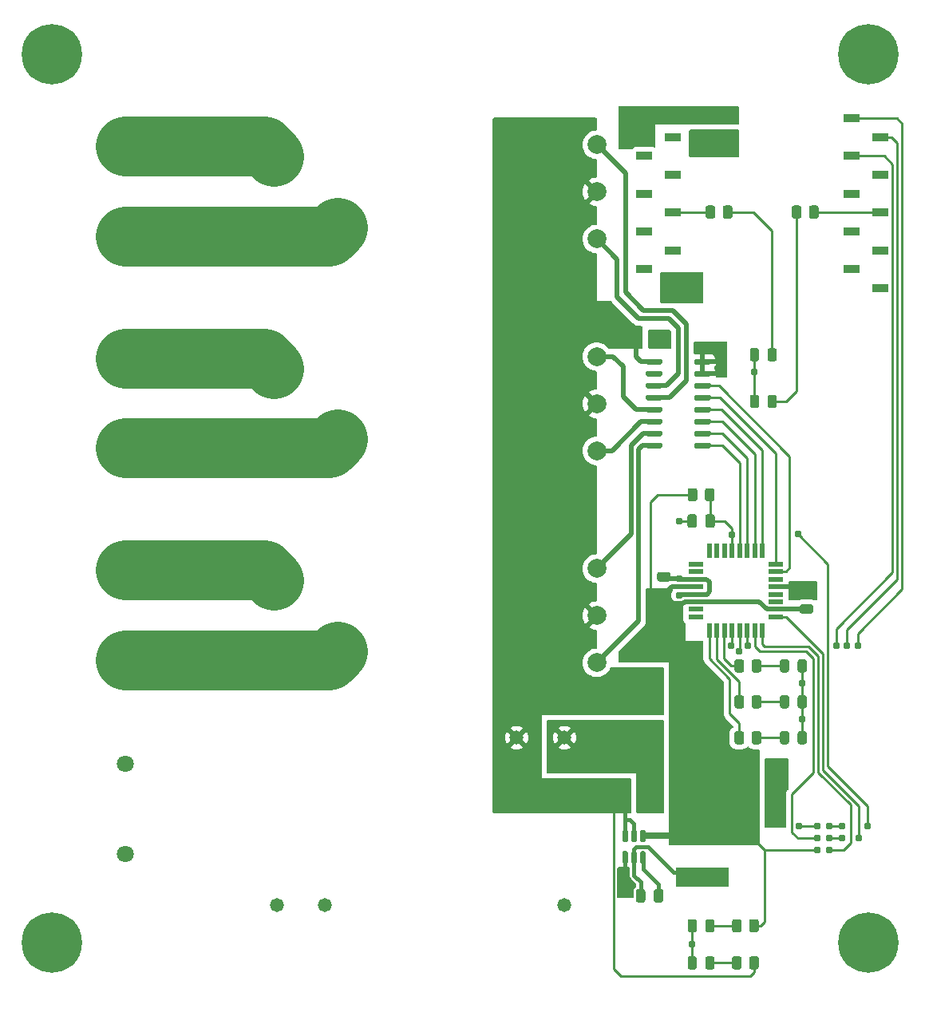
<source format=gtl>
G04 #@! TF.GenerationSoftware,KiCad,Pcbnew,6.0.2+dfsg-1*
G04 #@! TF.CreationDate,2023-09-16T21:21:40-06:00*
G04 #@! TF.ProjectId,ckt-xbeeio-acsw,636b742d-7862-4656-9569-6f2d61637377,rev?*
G04 #@! TF.SameCoordinates,Original*
G04 #@! TF.FileFunction,Copper,L1,Top*
G04 #@! TF.FilePolarity,Positive*
%FSLAX46Y46*%
G04 Gerber Fmt 4.6, Leading zero omitted, Abs format (unit mm)*
G04 Created by KiCad (PCBNEW 6.0.2+dfsg-1) date 2023-09-16 21:21:40*
%MOMM*%
%LPD*%
G01*
G04 APERTURE LIST*
G04 #@! TA.AperFunction,ComponentPad*
%ADD10C,1.803400*%
G04 #@! TD*
G04 #@! TA.AperFunction,ComponentPad*
%ADD11C,2.000000*%
G04 #@! TD*
G04 #@! TA.AperFunction,ComponentPad*
%ADD12C,4.000000*%
G04 #@! TD*
G04 #@! TA.AperFunction,SMDPad,CuDef*
%ADD13R,1.600000X0.550000*%
G04 #@! TD*
G04 #@! TA.AperFunction,SMDPad,CuDef*
%ADD14R,0.550000X1.600000*%
G04 #@! TD*
G04 #@! TA.AperFunction,SMDPad,CuDef*
%ADD15R,1.699260X0.848360*%
G04 #@! TD*
G04 #@! TA.AperFunction,ConnectorPad*
%ADD16C,0.787400*%
G04 #@! TD*
G04 #@! TA.AperFunction,ComponentPad*
%ADD17C,6.400000*%
G04 #@! TD*
G04 #@! TA.AperFunction,ComponentPad*
%ADD18C,1.473200*%
G04 #@! TD*
G04 #@! TA.AperFunction,SMDPad,CuDef*
%ADD19R,5.562600X2.108200*%
G04 #@! TD*
G04 #@! TA.AperFunction,ViaPad*
%ADD20C,0.787400*%
G04 #@! TD*
G04 #@! TA.AperFunction,Conductor*
%ADD21C,0.254000*%
G04 #@! TD*
G04 #@! TA.AperFunction,Conductor*
%ADD22C,0.381000*%
G04 #@! TD*
G04 #@! TA.AperFunction,Conductor*
%ADD23C,0.508000*%
G04 #@! TD*
G04 #@! TA.AperFunction,Conductor*
%ADD24C,0.635000*%
G04 #@! TD*
G04 #@! TA.AperFunction,Conductor*
%ADD25C,6.350000*%
G04 #@! TD*
G04 APERTURE END LIST*
D10*
X43815000Y-99060000D03*
X43815000Y-108580001D03*
D11*
X93844998Y-121365000D03*
X93844998Y-131365000D03*
D12*
X66344998Y-130115000D03*
X59594998Y-122615000D03*
D11*
X93844998Y-126365000D03*
D13*
X104335000Y-120898000D03*
X104335000Y-121698000D03*
X104335000Y-122498000D03*
X104335000Y-123298000D03*
X104335000Y-124098000D03*
X104335000Y-124898000D03*
X104335000Y-125698000D03*
X104335000Y-126498000D03*
D14*
X105785000Y-127948000D03*
X106585000Y-127948000D03*
X107385000Y-127948000D03*
X108185000Y-127948000D03*
X108985000Y-127948000D03*
X109785000Y-127948000D03*
X110585000Y-127948000D03*
X111385000Y-127948000D03*
D13*
X112835000Y-126498000D03*
X112835000Y-125698000D03*
X112835000Y-124898000D03*
X112835000Y-124098000D03*
X112835000Y-123298000D03*
X112835000Y-122498000D03*
X112835000Y-121698000D03*
X112835000Y-120898000D03*
D14*
X111385000Y-119448000D03*
X110585000Y-119448000D03*
X109785000Y-119448000D03*
X108985000Y-119448000D03*
X108185000Y-119448000D03*
X107385000Y-119448000D03*
X106585000Y-119448000D03*
X105785000Y-119448000D03*
G04 #@! TA.AperFunction,SMDPad,CuDef*
G36*
G01*
X103477000Y-159714250D02*
X103477000Y-158801750D01*
G75*
G02*
X103720750Y-158558000I243750J0D01*
G01*
X104208250Y-158558000D01*
G75*
G02*
X104452000Y-158801750I0J-243750D01*
G01*
X104452000Y-159714250D01*
G75*
G02*
X104208250Y-159958000I-243750J0D01*
G01*
X103720750Y-159958000D01*
G75*
G02*
X103477000Y-159714250I0J243750D01*
G01*
G37*
G04 #@! TD.AperFunction*
G04 #@! TA.AperFunction,SMDPad,CuDef*
G36*
G01*
X105352000Y-159714250D02*
X105352000Y-158801750D01*
G75*
G02*
X105595750Y-158558000I243750J0D01*
G01*
X106083250Y-158558000D01*
G75*
G02*
X106327000Y-158801750I0J-243750D01*
G01*
X106327000Y-159714250D01*
G75*
G02*
X106083250Y-159958000I-243750J0D01*
G01*
X105595750Y-159958000D01*
G75*
G02*
X105352000Y-159714250I0J243750D01*
G01*
G37*
G04 #@! TD.AperFunction*
D15*
X98879660Y-73599040D03*
X101879400Y-75600560D03*
X98879660Y-77599540D03*
X101879400Y-79601060D03*
X98879660Y-81600040D03*
X101879400Y-83599020D03*
X98879660Y-85600540D03*
X101879400Y-87599520D03*
X98879660Y-89601040D03*
X101879400Y-91600020D03*
X123878340Y-91600020D03*
X120878600Y-89601040D03*
X123878340Y-87599520D03*
X120878600Y-85600540D03*
X123878340Y-83599020D03*
X120878600Y-81600040D03*
X123878340Y-79601060D03*
X120878600Y-77599540D03*
X123878340Y-75600560D03*
X120878600Y-73599040D03*
G04 #@! TA.AperFunction,SMDPad,CuDef*
G36*
G01*
X101440000Y-124640000D02*
X100490000Y-124640000D01*
G75*
G02*
X100240000Y-124390000I0J250000D01*
G01*
X100240000Y-123890000D01*
G75*
G02*
X100490000Y-123640000I250000J0D01*
G01*
X101440000Y-123640000D01*
G75*
G02*
X101690000Y-123890000I0J-250000D01*
G01*
X101690000Y-124390000D01*
G75*
G02*
X101440000Y-124640000I-250000J0D01*
G01*
G37*
G04 #@! TD.AperFunction*
G04 #@! TA.AperFunction,SMDPad,CuDef*
G36*
G01*
X101440000Y-122740000D02*
X100490000Y-122740000D01*
G75*
G02*
X100240000Y-122490000I0J250000D01*
G01*
X100240000Y-121990000D01*
G75*
G02*
X100490000Y-121740000I250000J0D01*
G01*
X101440000Y-121740000D01*
G75*
G02*
X101690000Y-121990000I0J-250000D01*
G01*
X101690000Y-122490000D01*
G75*
G02*
X101440000Y-122740000I-250000J0D01*
G01*
G37*
G04 #@! TD.AperFunction*
D11*
X93844998Y-98886000D03*
X93844998Y-108886000D03*
D12*
X66344998Y-107636000D03*
X59594998Y-100136000D03*
D11*
X93844998Y-103886000D03*
G04 #@! TA.AperFunction,SMDPad,CuDef*
G36*
G01*
X116118500Y-135052750D02*
X116118500Y-135965250D01*
G75*
G02*
X115874750Y-136209000I-243750J0D01*
G01*
X115387250Y-136209000D01*
G75*
G02*
X115143500Y-135965250I0J243750D01*
G01*
X115143500Y-135052750D01*
G75*
G02*
X115387250Y-134809000I243750J0D01*
G01*
X115874750Y-134809000D01*
G75*
G02*
X116118500Y-135052750I0J-243750D01*
G01*
G37*
G04 #@! TD.AperFunction*
G04 #@! TA.AperFunction,SMDPad,CuDef*
G36*
G01*
X114243500Y-135052750D02*
X114243500Y-135965250D01*
G75*
G02*
X113999750Y-136209000I-243750J0D01*
G01*
X113512250Y-136209000D01*
G75*
G02*
X113268500Y-135965250I0J243750D01*
G01*
X113268500Y-135052750D01*
G75*
G02*
X113512250Y-134809000I243750J0D01*
G01*
X113999750Y-134809000D01*
G75*
G02*
X114243500Y-135052750I0J-243750D01*
G01*
G37*
G04 #@! TD.AperFunction*
G04 #@! TA.AperFunction,SMDPad,CuDef*
G36*
G01*
X116118500Y-138862750D02*
X116118500Y-139775250D01*
G75*
G02*
X115874750Y-140019000I-243750J0D01*
G01*
X115387250Y-140019000D01*
G75*
G02*
X115143500Y-139775250I0J243750D01*
G01*
X115143500Y-138862750D01*
G75*
G02*
X115387250Y-138619000I243750J0D01*
G01*
X115874750Y-138619000D01*
G75*
G02*
X116118500Y-138862750I0J-243750D01*
G01*
G37*
G04 #@! TD.AperFunction*
G04 #@! TA.AperFunction,SMDPad,CuDef*
G36*
G01*
X114243500Y-138862750D02*
X114243500Y-139775250D01*
G75*
G02*
X113999750Y-140019000I-243750J0D01*
G01*
X113512250Y-140019000D01*
G75*
G02*
X113268500Y-139775250I0J243750D01*
G01*
X113268500Y-138862750D01*
G75*
G02*
X113512250Y-138619000I243750J0D01*
G01*
X113999750Y-138619000D01*
G75*
G02*
X114243500Y-138862750I0J-243750D01*
G01*
G37*
G04 #@! TD.AperFunction*
G04 #@! TA.AperFunction,SMDPad,CuDef*
G36*
G01*
X99526000Y-132710000D02*
X100626000Y-132710000D01*
G75*
G02*
X100876000Y-132960000I0J-250000D01*
G01*
X100876000Y-135960000D01*
G75*
G02*
X100626000Y-136210000I-250000J0D01*
G01*
X99526000Y-136210000D01*
G75*
G02*
X99276000Y-135960000I0J250000D01*
G01*
X99276000Y-132960000D01*
G75*
G02*
X99526000Y-132710000I250000J0D01*
G01*
G37*
G04 #@! TD.AperFunction*
G04 #@! TA.AperFunction,SMDPad,CuDef*
G36*
G01*
X99526000Y-138110000D02*
X100626000Y-138110000D01*
G75*
G02*
X100876000Y-138360000I0J-250000D01*
G01*
X100876000Y-141360000D01*
G75*
G02*
X100626000Y-141610000I-250000J0D01*
G01*
X99526000Y-141610000D01*
G75*
G02*
X99276000Y-141360000I0J250000D01*
G01*
X99276000Y-138360000D01*
G75*
G02*
X99526000Y-138110000I250000J0D01*
G01*
G37*
G04 #@! TD.AperFunction*
G04 #@! TA.AperFunction,SMDPad,CuDef*
G36*
G01*
X109929000Y-144112000D02*
X109929000Y-143162000D01*
G75*
G02*
X110179000Y-142912000I250000J0D01*
G01*
X110679000Y-142912000D01*
G75*
G02*
X110929000Y-143162000I0J-250000D01*
G01*
X110929000Y-144112000D01*
G75*
G02*
X110679000Y-144362000I-250000J0D01*
G01*
X110179000Y-144362000D01*
G75*
G02*
X109929000Y-144112000I0J250000D01*
G01*
G37*
G04 #@! TD.AperFunction*
G04 #@! TA.AperFunction,SMDPad,CuDef*
G36*
G01*
X111829000Y-144112000D02*
X111829000Y-143162000D01*
G75*
G02*
X112079000Y-142912000I250000J0D01*
G01*
X112579000Y-142912000D01*
G75*
G02*
X112829000Y-143162000I0J-250000D01*
G01*
X112829000Y-144112000D01*
G75*
G02*
X112579000Y-144362000I-250000J0D01*
G01*
X112079000Y-144362000D01*
G75*
G02*
X111829000Y-144112000I0J250000D01*
G01*
G37*
G04 #@! TD.AperFunction*
G04 #@! TA.AperFunction,SMDPad,CuDef*
G36*
G01*
X116118500Y-131242750D02*
X116118500Y-132155250D01*
G75*
G02*
X115874750Y-132399000I-243750J0D01*
G01*
X115387250Y-132399000D01*
G75*
G02*
X115143500Y-132155250I0J243750D01*
G01*
X115143500Y-131242750D01*
G75*
G02*
X115387250Y-130999000I243750J0D01*
G01*
X115874750Y-130999000D01*
G75*
G02*
X116118500Y-131242750I0J-243750D01*
G01*
G37*
G04 #@! TD.AperFunction*
G04 #@! TA.AperFunction,SMDPad,CuDef*
G36*
G01*
X114243500Y-131242750D02*
X114243500Y-132155250D01*
G75*
G02*
X113999750Y-132399000I-243750J0D01*
G01*
X113512250Y-132399000D01*
G75*
G02*
X113268500Y-132155250I0J243750D01*
G01*
X113268500Y-131242750D01*
G75*
G02*
X113512250Y-130999000I243750J0D01*
G01*
X113999750Y-130999000D01*
G75*
G02*
X114243500Y-131242750I0J-243750D01*
G01*
G37*
G04 #@! TD.AperFunction*
G04 #@! TA.AperFunction,SMDPad,CuDef*
G36*
G01*
X97483000Y-97503000D02*
X97483000Y-96553000D01*
G75*
G02*
X97733000Y-96303000I250000J0D01*
G01*
X98233000Y-96303000D01*
G75*
G02*
X98483000Y-96553000I0J-250000D01*
G01*
X98483000Y-97503000D01*
G75*
G02*
X98233000Y-97753000I-250000J0D01*
G01*
X97733000Y-97753000D01*
G75*
G02*
X97483000Y-97503000I0J250000D01*
G01*
G37*
G04 #@! TD.AperFunction*
G04 #@! TA.AperFunction,SMDPad,CuDef*
G36*
G01*
X99383000Y-97503000D02*
X99383000Y-96553000D01*
G75*
G02*
X99633000Y-96303000I250000J0D01*
G01*
X100133000Y-96303000D01*
G75*
G02*
X100383000Y-96553000I0J-250000D01*
G01*
X100383000Y-97503000D01*
G75*
G02*
X100133000Y-97753000I-250000J0D01*
G01*
X99633000Y-97753000D01*
G75*
G02*
X99383000Y-97503000I0J250000D01*
G01*
G37*
G04 #@! TD.AperFunction*
G04 #@! TA.AperFunction,SMDPad,CuDef*
G36*
G01*
X104300000Y-73099000D02*
X105250000Y-73099000D01*
G75*
G02*
X105500000Y-73349000I0J-250000D01*
G01*
X105500000Y-73849000D01*
G75*
G02*
X105250000Y-74099000I-250000J0D01*
G01*
X104300000Y-74099000D01*
G75*
G02*
X104050000Y-73849000I0J250000D01*
G01*
X104050000Y-73349000D01*
G75*
G02*
X104300000Y-73099000I250000J0D01*
G01*
G37*
G04 #@! TD.AperFunction*
G04 #@! TA.AperFunction,SMDPad,CuDef*
G36*
G01*
X104300000Y-74999000D02*
X105250000Y-74999000D01*
G75*
G02*
X105500000Y-75249000I0J-250000D01*
G01*
X105500000Y-75749000D01*
G75*
G02*
X105250000Y-75999000I-250000J0D01*
G01*
X104300000Y-75999000D01*
G75*
G02*
X104050000Y-75749000I0J250000D01*
G01*
X104050000Y-75249000D01*
G75*
G02*
X104300000Y-74999000I250000J0D01*
G01*
G37*
G04 #@! TD.AperFunction*
D16*
X118491000Y-151257000D03*
X117221000Y-151257000D03*
X118491000Y-149987000D03*
X117221000Y-149987000D03*
X118491000Y-148717000D03*
X117221000Y-148717000D03*
G04 #@! TA.AperFunction,SMDPad,CuDef*
G36*
G01*
X110081000Y-104088250D02*
X110081000Y-103175750D01*
G75*
G02*
X110324750Y-102932000I243750J0D01*
G01*
X110812250Y-102932000D01*
G75*
G02*
X111056000Y-103175750I0J-243750D01*
G01*
X111056000Y-104088250D01*
G75*
G02*
X110812250Y-104332000I-243750J0D01*
G01*
X110324750Y-104332000D01*
G75*
G02*
X110081000Y-104088250I0J243750D01*
G01*
G37*
G04 #@! TD.AperFunction*
G04 #@! TA.AperFunction,SMDPad,CuDef*
G36*
G01*
X111956000Y-104088250D02*
X111956000Y-103175750D01*
G75*
G02*
X112199750Y-102932000I243750J0D01*
G01*
X112687250Y-102932000D01*
G75*
G02*
X112931000Y-103175750I0J-243750D01*
G01*
X112931000Y-104088250D01*
G75*
G02*
X112687250Y-104332000I-243750J0D01*
G01*
X112199750Y-104332000D01*
G75*
G02*
X111956000Y-104088250I0J243750D01*
G01*
G37*
G04 #@! TD.AperFunction*
D10*
X43815000Y-142113000D03*
X43815000Y-151633001D03*
D17*
X36068000Y-66802000D03*
G04 #@! TA.AperFunction,SMDPad,CuDef*
G36*
G01*
X106327000Y-113088000D02*
X106327000Y-113988000D01*
G75*
G02*
X106077000Y-114238000I-250000J0D01*
G01*
X105552000Y-114238000D01*
G75*
G02*
X105302000Y-113988000I0J250000D01*
G01*
X105302000Y-113088000D01*
G75*
G02*
X105552000Y-112838000I250000J0D01*
G01*
X106077000Y-112838000D01*
G75*
G02*
X106327000Y-113088000I0J-250000D01*
G01*
G37*
G04 #@! TD.AperFunction*
G04 #@! TA.AperFunction,SMDPad,CuDef*
G36*
G01*
X104502000Y-113088000D02*
X104502000Y-113988000D01*
G75*
G02*
X104252000Y-114238000I-250000J0D01*
G01*
X103727000Y-114238000D01*
G75*
G02*
X103477000Y-113988000I0J250000D01*
G01*
X103477000Y-113088000D01*
G75*
G02*
X103727000Y-112838000I250000J0D01*
G01*
X104252000Y-112838000D01*
G75*
G02*
X104502000Y-113088000I0J-250000D01*
G01*
G37*
G04 #@! TD.AperFunction*
G04 #@! TA.AperFunction,SMDPad,CuDef*
G36*
G01*
X110081000Y-99135250D02*
X110081000Y-98222750D01*
G75*
G02*
X110324750Y-97979000I243750J0D01*
G01*
X110812250Y-97979000D01*
G75*
G02*
X111056000Y-98222750I0J-243750D01*
G01*
X111056000Y-99135250D01*
G75*
G02*
X110812250Y-99379000I-243750J0D01*
G01*
X110324750Y-99379000D01*
G75*
G02*
X110081000Y-99135250I0J243750D01*
G01*
G37*
G04 #@! TD.AperFunction*
G04 #@! TA.AperFunction,SMDPad,CuDef*
G36*
G01*
X111956000Y-99135250D02*
X111956000Y-98222750D01*
G75*
G02*
X112199750Y-97979000I243750J0D01*
G01*
X112687250Y-97979000D01*
G75*
G02*
X112931000Y-98222750I0J-243750D01*
G01*
X112931000Y-99135250D01*
G75*
G02*
X112687250Y-99379000I-243750J0D01*
G01*
X112199750Y-99379000D01*
G75*
G02*
X111956000Y-99135250I0J243750D01*
G01*
G37*
G04 #@! TD.AperFunction*
D18*
X59944000Y-157099000D03*
X65024000Y-157099000D03*
X90424000Y-157099000D03*
X90424000Y-139319000D03*
X85344000Y-139319000D03*
G04 #@! TA.AperFunction,SMDPad,CuDef*
G36*
G01*
X108176000Y-163645000D02*
X108176000Y-162745000D01*
G75*
G02*
X108426000Y-162495000I250000J0D01*
G01*
X108951000Y-162495000D01*
G75*
G02*
X109201000Y-162745000I0J-250000D01*
G01*
X109201000Y-163645000D01*
G75*
G02*
X108951000Y-163895000I-250000J0D01*
G01*
X108426000Y-163895000D01*
G75*
G02*
X108176000Y-163645000I0J250000D01*
G01*
G37*
G04 #@! TD.AperFunction*
G04 #@! TA.AperFunction,SMDPad,CuDef*
G36*
G01*
X110001000Y-163645000D02*
X110001000Y-162745000D01*
G75*
G02*
X110251000Y-162495000I250000J0D01*
G01*
X110776000Y-162495000D01*
G75*
G02*
X111026000Y-162745000I0J-250000D01*
G01*
X111026000Y-163645000D01*
G75*
G02*
X110776000Y-163895000I-250000J0D01*
G01*
X110251000Y-163895000D01*
G75*
G02*
X110001000Y-163645000I0J250000D01*
G01*
G37*
G04 #@! TD.AperFunction*
G04 #@! TA.AperFunction,SMDPad,CuDef*
G36*
G01*
X109929000Y-147127000D02*
X109929000Y-146177000D01*
G75*
G02*
X110179000Y-145927000I250000J0D01*
G01*
X110679000Y-145927000D01*
G75*
G02*
X110929000Y-146177000I0J-250000D01*
G01*
X110929000Y-147127000D01*
G75*
G02*
X110679000Y-147377000I-250000J0D01*
G01*
X110179000Y-147377000D01*
G75*
G02*
X109929000Y-147127000I0J250000D01*
G01*
G37*
G04 #@! TD.AperFunction*
G04 #@! TA.AperFunction,SMDPad,CuDef*
G36*
G01*
X111829000Y-147127000D02*
X111829000Y-146177000D01*
G75*
G02*
X112079000Y-145927000I250000J0D01*
G01*
X112579000Y-145927000D01*
G75*
G02*
X112829000Y-146177000I0J-250000D01*
G01*
X112829000Y-147127000D01*
G75*
G02*
X112579000Y-147377000I-250000J0D01*
G01*
X112079000Y-147377000D01*
G75*
G02*
X111829000Y-147127000I0J250000D01*
G01*
G37*
G04 #@! TD.AperFunction*
D11*
X53340000Y-76327000D03*
X51840000Y-86327000D03*
G04 #@! TA.AperFunction,SMDPad,CuDef*
G36*
G01*
X108232000Y-83106380D02*
X108232000Y-84006380D01*
G75*
G02*
X107982000Y-84256380I-250000J0D01*
G01*
X107457000Y-84256380D01*
G75*
G02*
X107207000Y-84006380I0J250000D01*
G01*
X107207000Y-83106380D01*
G75*
G02*
X107457000Y-82856380I250000J0D01*
G01*
X107982000Y-82856380D01*
G75*
G02*
X108232000Y-83106380I0J-250000D01*
G01*
G37*
G04 #@! TD.AperFunction*
G04 #@! TA.AperFunction,SMDPad,CuDef*
G36*
G01*
X106407000Y-83106380D02*
X106407000Y-84006380D01*
G75*
G02*
X106157000Y-84256380I-250000J0D01*
G01*
X105632000Y-84256380D01*
G75*
G02*
X105382000Y-84006380I0J250000D01*
G01*
X105382000Y-83106380D01*
G75*
G02*
X105632000Y-82856380I250000J0D01*
G01*
X106157000Y-82856380D01*
G75*
G02*
X106407000Y-83106380I0J-250000D01*
G01*
G37*
G04 #@! TD.AperFunction*
G04 #@! TA.AperFunction,SMDPad,CuDef*
G36*
G01*
X105939000Y-108181000D02*
X105939000Y-108481000D01*
G75*
G02*
X105789000Y-108631000I-150000J0D01*
G01*
X104339000Y-108631000D01*
G75*
G02*
X104189000Y-108481000I0J150000D01*
G01*
X104189000Y-108181000D01*
G75*
G02*
X104339000Y-108031000I150000J0D01*
G01*
X105789000Y-108031000D01*
G75*
G02*
X105939000Y-108181000I0J-150000D01*
G01*
G37*
G04 #@! TD.AperFunction*
G04 #@! TA.AperFunction,SMDPad,CuDef*
G36*
G01*
X105939000Y-106911000D02*
X105939000Y-107211000D01*
G75*
G02*
X105789000Y-107361000I-150000J0D01*
G01*
X104339000Y-107361000D01*
G75*
G02*
X104189000Y-107211000I0J150000D01*
G01*
X104189000Y-106911000D01*
G75*
G02*
X104339000Y-106761000I150000J0D01*
G01*
X105789000Y-106761000D01*
G75*
G02*
X105939000Y-106911000I0J-150000D01*
G01*
G37*
G04 #@! TD.AperFunction*
G04 #@! TA.AperFunction,SMDPad,CuDef*
G36*
G01*
X105939000Y-105641000D02*
X105939000Y-105941000D01*
G75*
G02*
X105789000Y-106091000I-150000J0D01*
G01*
X104339000Y-106091000D01*
G75*
G02*
X104189000Y-105941000I0J150000D01*
G01*
X104189000Y-105641000D01*
G75*
G02*
X104339000Y-105491000I150000J0D01*
G01*
X105789000Y-105491000D01*
G75*
G02*
X105939000Y-105641000I0J-150000D01*
G01*
G37*
G04 #@! TD.AperFunction*
G04 #@! TA.AperFunction,SMDPad,CuDef*
G36*
G01*
X105939000Y-104371000D02*
X105939000Y-104671000D01*
G75*
G02*
X105789000Y-104821000I-150000J0D01*
G01*
X104339000Y-104821000D01*
G75*
G02*
X104189000Y-104671000I0J150000D01*
G01*
X104189000Y-104371000D01*
G75*
G02*
X104339000Y-104221000I150000J0D01*
G01*
X105789000Y-104221000D01*
G75*
G02*
X105939000Y-104371000I0J-150000D01*
G01*
G37*
G04 #@! TD.AperFunction*
G04 #@! TA.AperFunction,SMDPad,CuDef*
G36*
G01*
X105939000Y-103101000D02*
X105939000Y-103401000D01*
G75*
G02*
X105789000Y-103551000I-150000J0D01*
G01*
X104339000Y-103551000D01*
G75*
G02*
X104189000Y-103401000I0J150000D01*
G01*
X104189000Y-103101000D01*
G75*
G02*
X104339000Y-102951000I150000J0D01*
G01*
X105789000Y-102951000D01*
G75*
G02*
X105939000Y-103101000I0J-150000D01*
G01*
G37*
G04 #@! TD.AperFunction*
G04 #@! TA.AperFunction,SMDPad,CuDef*
G36*
G01*
X105939000Y-101831000D02*
X105939000Y-102131000D01*
G75*
G02*
X105789000Y-102281000I-150000J0D01*
G01*
X104339000Y-102281000D01*
G75*
G02*
X104189000Y-102131000I0J150000D01*
G01*
X104189000Y-101831000D01*
G75*
G02*
X104339000Y-101681000I150000J0D01*
G01*
X105789000Y-101681000D01*
G75*
G02*
X105939000Y-101831000I0J-150000D01*
G01*
G37*
G04 #@! TD.AperFunction*
G04 #@! TA.AperFunction,SMDPad,CuDef*
G36*
G01*
X105939000Y-100561000D02*
X105939000Y-100861000D01*
G75*
G02*
X105789000Y-101011000I-150000J0D01*
G01*
X104339000Y-101011000D01*
G75*
G02*
X104189000Y-100861000I0J150000D01*
G01*
X104189000Y-100561000D01*
G75*
G02*
X104339000Y-100411000I150000J0D01*
G01*
X105789000Y-100411000D01*
G75*
G02*
X105939000Y-100561000I0J-150000D01*
G01*
G37*
G04 #@! TD.AperFunction*
G04 #@! TA.AperFunction,SMDPad,CuDef*
G36*
G01*
X105939000Y-99291000D02*
X105939000Y-99591000D01*
G75*
G02*
X105789000Y-99741000I-150000J0D01*
G01*
X104339000Y-99741000D01*
G75*
G02*
X104189000Y-99591000I0J150000D01*
G01*
X104189000Y-99291000D01*
G75*
G02*
X104339000Y-99141000I150000J0D01*
G01*
X105789000Y-99141000D01*
G75*
G02*
X105939000Y-99291000I0J-150000D01*
G01*
G37*
G04 #@! TD.AperFunction*
G04 #@! TA.AperFunction,SMDPad,CuDef*
G36*
G01*
X100789000Y-99291000D02*
X100789000Y-99591000D01*
G75*
G02*
X100639000Y-99741000I-150000J0D01*
G01*
X99189000Y-99741000D01*
G75*
G02*
X99039000Y-99591000I0J150000D01*
G01*
X99039000Y-99291000D01*
G75*
G02*
X99189000Y-99141000I150000J0D01*
G01*
X100639000Y-99141000D01*
G75*
G02*
X100789000Y-99291000I0J-150000D01*
G01*
G37*
G04 #@! TD.AperFunction*
G04 #@! TA.AperFunction,SMDPad,CuDef*
G36*
G01*
X100789000Y-100561000D02*
X100789000Y-100861000D01*
G75*
G02*
X100639000Y-101011000I-150000J0D01*
G01*
X99189000Y-101011000D01*
G75*
G02*
X99039000Y-100861000I0J150000D01*
G01*
X99039000Y-100561000D01*
G75*
G02*
X99189000Y-100411000I150000J0D01*
G01*
X100639000Y-100411000D01*
G75*
G02*
X100789000Y-100561000I0J-150000D01*
G01*
G37*
G04 #@! TD.AperFunction*
G04 #@! TA.AperFunction,SMDPad,CuDef*
G36*
G01*
X100789000Y-101831000D02*
X100789000Y-102131000D01*
G75*
G02*
X100639000Y-102281000I-150000J0D01*
G01*
X99189000Y-102281000D01*
G75*
G02*
X99039000Y-102131000I0J150000D01*
G01*
X99039000Y-101831000D01*
G75*
G02*
X99189000Y-101681000I150000J0D01*
G01*
X100639000Y-101681000D01*
G75*
G02*
X100789000Y-101831000I0J-150000D01*
G01*
G37*
G04 #@! TD.AperFunction*
G04 #@! TA.AperFunction,SMDPad,CuDef*
G36*
G01*
X100789000Y-103101000D02*
X100789000Y-103401000D01*
G75*
G02*
X100639000Y-103551000I-150000J0D01*
G01*
X99189000Y-103551000D01*
G75*
G02*
X99039000Y-103401000I0J150000D01*
G01*
X99039000Y-103101000D01*
G75*
G02*
X99189000Y-102951000I150000J0D01*
G01*
X100639000Y-102951000D01*
G75*
G02*
X100789000Y-103101000I0J-150000D01*
G01*
G37*
G04 #@! TD.AperFunction*
G04 #@! TA.AperFunction,SMDPad,CuDef*
G36*
G01*
X100789000Y-104371000D02*
X100789000Y-104671000D01*
G75*
G02*
X100639000Y-104821000I-150000J0D01*
G01*
X99189000Y-104821000D01*
G75*
G02*
X99039000Y-104671000I0J150000D01*
G01*
X99039000Y-104371000D01*
G75*
G02*
X99189000Y-104221000I150000J0D01*
G01*
X100639000Y-104221000D01*
G75*
G02*
X100789000Y-104371000I0J-150000D01*
G01*
G37*
G04 #@! TD.AperFunction*
G04 #@! TA.AperFunction,SMDPad,CuDef*
G36*
G01*
X100789000Y-105641000D02*
X100789000Y-105941000D01*
G75*
G02*
X100639000Y-106091000I-150000J0D01*
G01*
X99189000Y-106091000D01*
G75*
G02*
X99039000Y-105941000I0J150000D01*
G01*
X99039000Y-105641000D01*
G75*
G02*
X99189000Y-105491000I150000J0D01*
G01*
X100639000Y-105491000D01*
G75*
G02*
X100789000Y-105641000I0J-150000D01*
G01*
G37*
G04 #@! TD.AperFunction*
G04 #@! TA.AperFunction,SMDPad,CuDef*
G36*
G01*
X100789000Y-106911000D02*
X100789000Y-107211000D01*
G75*
G02*
X100639000Y-107361000I-150000J0D01*
G01*
X99189000Y-107361000D01*
G75*
G02*
X99039000Y-107211000I0J150000D01*
G01*
X99039000Y-106911000D01*
G75*
G02*
X99189000Y-106761000I150000J0D01*
G01*
X100639000Y-106761000D01*
G75*
G02*
X100789000Y-106911000I0J-150000D01*
G01*
G37*
G04 #@! TD.AperFunction*
G04 #@! TA.AperFunction,SMDPad,CuDef*
G36*
G01*
X100789000Y-108181000D02*
X100789000Y-108481000D01*
G75*
G02*
X100639000Y-108631000I-150000J0D01*
G01*
X99189000Y-108631000D01*
G75*
G02*
X99039000Y-108481000I0J150000D01*
G01*
X99039000Y-108181000D01*
G75*
G02*
X99189000Y-108031000I150000J0D01*
G01*
X100639000Y-108031000D01*
G75*
G02*
X100789000Y-108181000I0J-150000D01*
G01*
G37*
G04 #@! TD.AperFunction*
G04 #@! TA.AperFunction,SMDPad,CuDef*
G36*
G01*
X116553000Y-126164000D02*
X115603000Y-126164000D01*
G75*
G02*
X115353000Y-125914000I0J250000D01*
G01*
X115353000Y-125414000D01*
G75*
G02*
X115603000Y-125164000I250000J0D01*
G01*
X116553000Y-125164000D01*
G75*
G02*
X116803000Y-125414000I0J-250000D01*
G01*
X116803000Y-125914000D01*
G75*
G02*
X116553000Y-126164000I-250000J0D01*
G01*
G37*
G04 #@! TD.AperFunction*
G04 #@! TA.AperFunction,SMDPad,CuDef*
G36*
G01*
X116553000Y-124264000D02*
X115603000Y-124264000D01*
G75*
G02*
X115353000Y-124014000I0J250000D01*
G01*
X115353000Y-123514000D01*
G75*
G02*
X115603000Y-123264000I250000J0D01*
G01*
X116553000Y-123264000D01*
G75*
G02*
X116803000Y-123514000I0J-250000D01*
G01*
X116803000Y-124014000D01*
G75*
G02*
X116553000Y-124264000I-250000J0D01*
G01*
G37*
G04 #@! TD.AperFunction*
G04 #@! TA.AperFunction,SMDPad,CuDef*
G36*
G01*
X114526000Y-84006380D02*
X114526000Y-83106380D01*
G75*
G02*
X114776000Y-82856380I250000J0D01*
G01*
X115301000Y-82856380D01*
G75*
G02*
X115551000Y-83106380I0J-250000D01*
G01*
X115551000Y-84006380D01*
G75*
G02*
X115301000Y-84256380I-250000J0D01*
G01*
X114776000Y-84256380D01*
G75*
G02*
X114526000Y-84006380I0J250000D01*
G01*
G37*
G04 #@! TD.AperFunction*
G04 #@! TA.AperFunction,SMDPad,CuDef*
G36*
G01*
X116351000Y-84006380D02*
X116351000Y-83106380D01*
G75*
G02*
X116601000Y-82856380I250000J0D01*
G01*
X117126000Y-82856380D01*
G75*
G02*
X117376000Y-83106380I0J-250000D01*
G01*
X117376000Y-84006380D01*
G75*
G02*
X117126000Y-84256380I-250000J0D01*
G01*
X116601000Y-84256380D01*
G75*
G02*
X116351000Y-84006380I0J250000D01*
G01*
G37*
G04 #@! TD.AperFunction*
X93844998Y-76407000D03*
X93844998Y-86407000D03*
D12*
X66344998Y-85157000D03*
X59594998Y-77657000D03*
D11*
X93844998Y-81407000D03*
D10*
X43815000Y-121539000D03*
X43815000Y-131059001D03*
X43815000Y-76581000D03*
X43815000Y-86101001D03*
D11*
X53340000Y-98806000D03*
X51840000Y-108806000D03*
G04 #@! TA.AperFunction,SMDPad,CuDef*
G36*
G01*
X98590000Y-149076000D02*
X98890000Y-149076000D01*
G75*
G02*
X99040000Y-149226000I0J-150000D01*
G01*
X99040000Y-150251000D01*
G75*
G02*
X98890000Y-150401000I-150000J0D01*
G01*
X98590000Y-150401000D01*
G75*
G02*
X98440000Y-150251000I0J150000D01*
G01*
X98440000Y-149226000D01*
G75*
G02*
X98590000Y-149076000I150000J0D01*
G01*
G37*
G04 #@! TD.AperFunction*
G04 #@! TA.AperFunction,SMDPad,CuDef*
G36*
G01*
X97640000Y-149076000D02*
X97940000Y-149076000D01*
G75*
G02*
X98090000Y-149226000I0J-150000D01*
G01*
X98090000Y-150251000D01*
G75*
G02*
X97940000Y-150401000I-150000J0D01*
G01*
X97640000Y-150401000D01*
G75*
G02*
X97490000Y-150251000I0J150000D01*
G01*
X97490000Y-149226000D01*
G75*
G02*
X97640000Y-149076000I150000J0D01*
G01*
G37*
G04 #@! TD.AperFunction*
G04 #@! TA.AperFunction,SMDPad,CuDef*
G36*
G01*
X96690000Y-149076000D02*
X96990000Y-149076000D01*
G75*
G02*
X97140000Y-149226000I0J-150000D01*
G01*
X97140000Y-150251000D01*
G75*
G02*
X96990000Y-150401000I-150000J0D01*
G01*
X96690000Y-150401000D01*
G75*
G02*
X96540000Y-150251000I0J150000D01*
G01*
X96540000Y-149226000D01*
G75*
G02*
X96690000Y-149076000I150000J0D01*
G01*
G37*
G04 #@! TD.AperFunction*
G04 #@! TA.AperFunction,SMDPad,CuDef*
G36*
G01*
X96690000Y-151351000D02*
X96990000Y-151351000D01*
G75*
G02*
X97140000Y-151501000I0J-150000D01*
G01*
X97140000Y-152526000D01*
G75*
G02*
X96990000Y-152676000I-150000J0D01*
G01*
X96690000Y-152676000D01*
G75*
G02*
X96540000Y-152526000I0J150000D01*
G01*
X96540000Y-151501000D01*
G75*
G02*
X96690000Y-151351000I150000J0D01*
G01*
G37*
G04 #@! TD.AperFunction*
G04 #@! TA.AperFunction,SMDPad,CuDef*
G36*
G01*
X97640000Y-151351000D02*
X97940000Y-151351000D01*
G75*
G02*
X98090000Y-151501000I0J-150000D01*
G01*
X98090000Y-152526000D01*
G75*
G02*
X97940000Y-152676000I-150000J0D01*
G01*
X97640000Y-152676000D01*
G75*
G02*
X97490000Y-152526000I0J150000D01*
G01*
X97490000Y-151501000D01*
G75*
G02*
X97640000Y-151351000I150000J0D01*
G01*
G37*
G04 #@! TD.AperFunction*
G04 #@! TA.AperFunction,SMDPad,CuDef*
G36*
G01*
X98590000Y-151351000D02*
X98890000Y-151351000D01*
G75*
G02*
X99040000Y-151501000I0J-150000D01*
G01*
X99040000Y-152526000D01*
G75*
G02*
X98890000Y-152676000I-150000J0D01*
G01*
X98590000Y-152676000D01*
G75*
G02*
X98440000Y-152526000I0J150000D01*
G01*
X98440000Y-151501000D01*
G75*
G02*
X98590000Y-151351000I150000J0D01*
G01*
G37*
G04 #@! TD.AperFunction*
D19*
X105029000Y-154063700D03*
X105029000Y-149466300D03*
G04 #@! TA.AperFunction,SMDPad,CuDef*
G36*
G01*
X111292500Y-131249000D02*
X111292500Y-132149000D01*
G75*
G02*
X111042500Y-132399000I-250000J0D01*
G01*
X110517500Y-132399000D01*
G75*
G02*
X110267500Y-132149000I0J250000D01*
G01*
X110267500Y-131249000D01*
G75*
G02*
X110517500Y-130999000I250000J0D01*
G01*
X111042500Y-130999000D01*
G75*
G02*
X111292500Y-131249000I0J-250000D01*
G01*
G37*
G04 #@! TD.AperFunction*
G04 #@! TA.AperFunction,SMDPad,CuDef*
G36*
G01*
X109467500Y-131249000D02*
X109467500Y-132149000D01*
G75*
G02*
X109217500Y-132399000I-250000J0D01*
G01*
X108692500Y-132399000D01*
G75*
G02*
X108442500Y-132149000I0J250000D01*
G01*
X108442500Y-131249000D01*
G75*
G02*
X108692500Y-130999000I250000J0D01*
G01*
X109217500Y-130999000D01*
G75*
G02*
X109467500Y-131249000I0J-250000D01*
G01*
G37*
G04 #@! TD.AperFunction*
D17*
X122682000Y-161036000D03*
G04 #@! TA.AperFunction,SMDPad,CuDef*
G36*
G01*
X96340000Y-146652000D02*
X96340000Y-145702000D01*
G75*
G02*
X96590000Y-145452000I250000J0D01*
G01*
X97090000Y-145452000D01*
G75*
G02*
X97340000Y-145702000I0J-250000D01*
G01*
X97340000Y-146652000D01*
G75*
G02*
X97090000Y-146902000I-250000J0D01*
G01*
X96590000Y-146902000D01*
G75*
G02*
X96340000Y-146652000I0J250000D01*
G01*
G37*
G04 #@! TD.AperFunction*
G04 #@! TA.AperFunction,SMDPad,CuDef*
G36*
G01*
X98240000Y-146652000D02*
X98240000Y-145702000D01*
G75*
G02*
X98490000Y-145452000I250000J0D01*
G01*
X98990000Y-145452000D01*
G75*
G02*
X99240000Y-145702000I0J-250000D01*
G01*
X99240000Y-146652000D01*
G75*
G02*
X98990000Y-146902000I-250000J0D01*
G01*
X98490000Y-146902000D01*
G75*
G02*
X98240000Y-146652000I0J250000D01*
G01*
G37*
G04 #@! TD.AperFunction*
G04 #@! TA.AperFunction,SMDPad,CuDef*
G36*
G01*
X108176000Y-159708000D02*
X108176000Y-158808000D01*
G75*
G02*
X108426000Y-158558000I250000J0D01*
G01*
X108951000Y-158558000D01*
G75*
G02*
X109201000Y-158808000I0J-250000D01*
G01*
X109201000Y-159708000D01*
G75*
G02*
X108951000Y-159958000I-250000J0D01*
G01*
X108426000Y-159958000D01*
G75*
G02*
X108176000Y-159708000I0J250000D01*
G01*
G37*
G04 #@! TD.AperFunction*
G04 #@! TA.AperFunction,SMDPad,CuDef*
G36*
G01*
X110001000Y-159708000D02*
X110001000Y-158808000D01*
G75*
G02*
X110251000Y-158558000I250000J0D01*
G01*
X110776000Y-158558000D01*
G75*
G02*
X111026000Y-158808000I0J-250000D01*
G01*
X111026000Y-159708000D01*
G75*
G02*
X110776000Y-159958000I-250000J0D01*
G01*
X110251000Y-159958000D01*
G75*
G02*
X110001000Y-159708000I0J250000D01*
G01*
G37*
G04 #@! TD.AperFunction*
X36068000Y-161036000D03*
G04 #@! TA.AperFunction,SMDPad,CuDef*
G36*
G01*
X111292500Y-135059000D02*
X111292500Y-135959000D01*
G75*
G02*
X111042500Y-136209000I-250000J0D01*
G01*
X110517500Y-136209000D01*
G75*
G02*
X110267500Y-135959000I0J250000D01*
G01*
X110267500Y-135059000D01*
G75*
G02*
X110517500Y-134809000I250000J0D01*
G01*
X111042500Y-134809000D01*
G75*
G02*
X111292500Y-135059000I0J-250000D01*
G01*
G37*
G04 #@! TD.AperFunction*
G04 #@! TA.AperFunction,SMDPad,CuDef*
G36*
G01*
X109467500Y-135059000D02*
X109467500Y-135959000D01*
G75*
G02*
X109217500Y-136209000I-250000J0D01*
G01*
X108692500Y-136209000D01*
G75*
G02*
X108442500Y-135959000I0J250000D01*
G01*
X108442500Y-135059000D01*
G75*
G02*
X108692500Y-134809000I250000J0D01*
G01*
X109217500Y-134809000D01*
G75*
G02*
X109467500Y-135059000I0J-250000D01*
G01*
G37*
G04 #@! TD.AperFunction*
G04 #@! TA.AperFunction,SMDPad,CuDef*
G36*
G01*
X107348000Y-73099000D02*
X108298000Y-73099000D01*
G75*
G02*
X108548000Y-73349000I0J-250000D01*
G01*
X108548000Y-73849000D01*
G75*
G02*
X108298000Y-74099000I-250000J0D01*
G01*
X107348000Y-74099000D01*
G75*
G02*
X107098000Y-73849000I0J250000D01*
G01*
X107098000Y-73349000D01*
G75*
G02*
X107348000Y-73099000I250000J0D01*
G01*
G37*
G04 #@! TD.AperFunction*
G04 #@! TA.AperFunction,SMDPad,CuDef*
G36*
G01*
X107348000Y-74999000D02*
X108298000Y-74999000D01*
G75*
G02*
X108548000Y-75249000I0J-250000D01*
G01*
X108548000Y-75749000D01*
G75*
G02*
X108298000Y-75999000I-250000J0D01*
G01*
X107348000Y-75999000D01*
G75*
G02*
X107098000Y-75749000I0J250000D01*
G01*
X107098000Y-75249000D01*
G75*
G02*
X107348000Y-74999000I250000J0D01*
G01*
G37*
G04 #@! TD.AperFunction*
G04 #@! TA.AperFunction,SMDPad,CuDef*
G36*
G01*
X111292500Y-138869000D02*
X111292500Y-139769000D01*
G75*
G02*
X111042500Y-140019000I-250000J0D01*
G01*
X110517500Y-140019000D01*
G75*
G02*
X110267500Y-139769000I0J250000D01*
G01*
X110267500Y-138869000D01*
G75*
G02*
X110517500Y-138619000I250000J0D01*
G01*
X111042500Y-138619000D01*
G75*
G02*
X111292500Y-138869000I0J-250000D01*
G01*
G37*
G04 #@! TD.AperFunction*
G04 #@! TA.AperFunction,SMDPad,CuDef*
G36*
G01*
X109467500Y-138869000D02*
X109467500Y-139769000D01*
G75*
G02*
X109217500Y-140019000I-250000J0D01*
G01*
X108692500Y-140019000D01*
G75*
G02*
X108442500Y-139769000I0J250000D01*
G01*
X108442500Y-138869000D01*
G75*
G02*
X108692500Y-138619000I250000J0D01*
G01*
X109217500Y-138619000D01*
G75*
G02*
X109467500Y-138869000I0J-250000D01*
G01*
G37*
G04 #@! TD.AperFunction*
G04 #@! TA.AperFunction,SMDPad,CuDef*
G36*
G01*
X106352000Y-115857000D02*
X106352000Y-116807000D01*
G75*
G02*
X106102000Y-117057000I-250000J0D01*
G01*
X105602000Y-117057000D01*
G75*
G02*
X105352000Y-116807000I0J250000D01*
G01*
X105352000Y-115857000D01*
G75*
G02*
X105602000Y-115607000I250000J0D01*
G01*
X106102000Y-115607000D01*
G75*
G02*
X106352000Y-115857000I0J-250000D01*
G01*
G37*
G04 #@! TD.AperFunction*
G04 #@! TA.AperFunction,SMDPad,CuDef*
G36*
G01*
X104452000Y-115857000D02*
X104452000Y-116807000D01*
G75*
G02*
X104202000Y-117057000I-250000J0D01*
G01*
X103702000Y-117057000D01*
G75*
G02*
X103452000Y-116807000I0J250000D01*
G01*
X103452000Y-115857000D01*
G75*
G02*
X103702000Y-115607000I250000J0D01*
G01*
X104202000Y-115607000D01*
G75*
G02*
X104452000Y-115857000I0J-250000D01*
G01*
G37*
G04 #@! TD.AperFunction*
G04 #@! TA.AperFunction,SMDPad,CuDef*
G36*
G01*
X97991000Y-156558000D02*
X97991000Y-155608000D01*
G75*
G02*
X98241000Y-155358000I250000J0D01*
G01*
X98741000Y-155358000D01*
G75*
G02*
X98991000Y-155608000I0J-250000D01*
G01*
X98991000Y-156558000D01*
G75*
G02*
X98741000Y-156808000I-250000J0D01*
G01*
X98241000Y-156808000D01*
G75*
G02*
X97991000Y-156558000I0J250000D01*
G01*
G37*
G04 #@! TD.AperFunction*
G04 #@! TA.AperFunction,SMDPad,CuDef*
G36*
G01*
X99891000Y-156558000D02*
X99891000Y-155608000D01*
G75*
G02*
X100141000Y-155358000I250000J0D01*
G01*
X100641000Y-155358000D01*
G75*
G02*
X100891000Y-155608000I0J-250000D01*
G01*
X100891000Y-156558000D01*
G75*
G02*
X100641000Y-156808000I-250000J0D01*
G01*
X100141000Y-156808000D01*
G75*
G02*
X99891000Y-156558000I0J250000D01*
G01*
G37*
G04 #@! TD.AperFunction*
G04 #@! TA.AperFunction,SMDPad,CuDef*
G36*
G01*
X103477000Y-163651250D02*
X103477000Y-162738750D01*
G75*
G02*
X103720750Y-162495000I243750J0D01*
G01*
X104208250Y-162495000D01*
G75*
G02*
X104452000Y-162738750I0J-243750D01*
G01*
X104452000Y-163651250D01*
G75*
G02*
X104208250Y-163895000I-243750J0D01*
G01*
X103720750Y-163895000D01*
G75*
G02*
X103477000Y-163651250I0J243750D01*
G01*
G37*
G04 #@! TD.AperFunction*
G04 #@! TA.AperFunction,SMDPad,CuDef*
G36*
G01*
X105352000Y-163651250D02*
X105352000Y-162738750D01*
G75*
G02*
X105595750Y-162495000I243750J0D01*
G01*
X106083250Y-162495000D01*
G75*
G02*
X106327000Y-162738750I0J-243750D01*
G01*
X106327000Y-163651250D01*
G75*
G02*
X106083250Y-163895000I-243750J0D01*
G01*
X105595750Y-163895000D01*
G75*
G02*
X105352000Y-163651250I0J243750D01*
G01*
G37*
G04 #@! TD.AperFunction*
D11*
X53340000Y-121285000D03*
X51840000Y-131285000D03*
D17*
X122682000Y-66802000D03*
D20*
X106807000Y-98171000D03*
X102616000Y-122428000D03*
X104775000Y-98171000D03*
X96647000Y-140208000D03*
X112329000Y-148209000D03*
X104521000Y-92583000D03*
X112329000Y-145161000D03*
X96647000Y-153670000D03*
X97790000Y-140208000D03*
X100076000Y-142621000D03*
X96647000Y-154686000D03*
X96647000Y-155702000D03*
X113472000Y-142113000D03*
X102616000Y-116332000D03*
X100076000Y-144653000D03*
X97790000Y-142240000D03*
X97790000Y-141224000D03*
X105791000Y-98171000D03*
X106299000Y-76835000D03*
X106299000Y-75565000D03*
X96647000Y-142240000D03*
X104521000Y-90551000D03*
X104521000Y-91567000D03*
X113472000Y-145161000D03*
X98933000Y-142621000D03*
X107823000Y-76835000D03*
X96647000Y-139192000D03*
X104775000Y-76835000D03*
X96647000Y-138176000D03*
X114681000Y-124206000D03*
X103505000Y-92583000D03*
X102616000Y-124206000D03*
X115631000Y-133555500D03*
X101219000Y-96520000D03*
X112329000Y-142113000D03*
X103505000Y-91567000D03*
X113472000Y-148209000D03*
X96647000Y-141224000D03*
X106807000Y-100203000D03*
X103964500Y-161211500D03*
X103505000Y-90551000D03*
X101219000Y-97536000D03*
X97790000Y-138176000D03*
X115316000Y-148717000D03*
X97790000Y-139192000D03*
X100076000Y-143637000D03*
X115631000Y-137365500D03*
X98933000Y-143637000D03*
X114681000Y-123171000D03*
X98933000Y-144653000D03*
X110568511Y-100535511D03*
X106807000Y-99187000D03*
X99364800Y-75996800D03*
X98044000Y-129540000D03*
X97078800Y-74930000D03*
X97078800Y-75996800D03*
X98044000Y-130683000D03*
X96774000Y-130683000D03*
X99314000Y-129540000D03*
X98247200Y-74930000D03*
X99314000Y-128397000D03*
X97078800Y-73914000D03*
X99364800Y-74930000D03*
X97078800Y-72898000D03*
X98247200Y-75996800D03*
X99314000Y-130683000D03*
X121666000Y-149987000D03*
X119888000Y-149987000D03*
X108077000Y-129540000D03*
X121539000Y-129540000D03*
X120396000Y-129540000D03*
X108966000Y-130175000D03*
X119253000Y-129540000D03*
X109855000Y-129540000D03*
X119888000Y-148717000D03*
X115189000Y-117729000D03*
X108185000Y-117748000D03*
X122555000Y-148717000D03*
D21*
X96393000Y-164592000D02*
X95631000Y-163830000D01*
D22*
X96840000Y-148021000D02*
X96840000Y-146177000D01*
X97790000Y-149738500D02*
X97790000Y-148463000D01*
D21*
X95631000Y-163830000D02*
X95631000Y-146304000D01*
D22*
X96840000Y-149738500D02*
X96840000Y-148021000D01*
D21*
X110513500Y-164187500D02*
X110109000Y-164592000D01*
X110513500Y-163195000D02*
X110513500Y-164187500D01*
D23*
X98552000Y-99441000D02*
X97983000Y-98872000D01*
D21*
X110109000Y-164592000D02*
X96393000Y-164592000D01*
D23*
X99914000Y-99441000D02*
X98552000Y-99441000D01*
D22*
X97790000Y-148463000D02*
X97348000Y-148021000D01*
X97348000Y-148021000D02*
X96840000Y-148021000D01*
D23*
X97983000Y-98872000D02*
X97983000Y-97028000D01*
X102724000Y-124098000D02*
X102616000Y-124206000D01*
X105518000Y-124098000D02*
X105791000Y-123825000D01*
D21*
X103964500Y-161211500D02*
X103964500Y-159258000D01*
X115631000Y-137365500D02*
X115631000Y-133555500D01*
X115631000Y-133555500D02*
X115631000Y-131699000D01*
D22*
X96840000Y-152013500D02*
X96840000Y-153477000D01*
D23*
X105791000Y-122809000D02*
X105480000Y-122498000D01*
X102616000Y-122428000D02*
X101153000Y-122428000D01*
D21*
X110568500Y-100535500D02*
X110568500Y-98679000D01*
D23*
X105791000Y-123825000D02*
X105791000Y-122809000D01*
D21*
X117221000Y-148717000D02*
X115316000Y-148717000D01*
D23*
X105480000Y-122498000D02*
X104335000Y-122498000D01*
X104335000Y-124098000D02*
X105518000Y-124098000D01*
X112835000Y-123298000D02*
X114573000Y-123298000D01*
D21*
X103964500Y-163068000D02*
X103964500Y-161211500D01*
D23*
X101153000Y-122428000D02*
X100965000Y-122240000D01*
D21*
X103952000Y-116332000D02*
X102616000Y-116332000D01*
X115631000Y-139319000D02*
X115631000Y-137365500D01*
D23*
X102686000Y-122498000D02*
X102616000Y-122428000D01*
X104335000Y-122498000D02*
X102686000Y-122498000D01*
D21*
X110568500Y-103632000D02*
X110568500Y-100535500D01*
D23*
X104335000Y-124098000D02*
X102724000Y-124098000D01*
D22*
X96840000Y-153477000D02*
X96647000Y-153670000D01*
D21*
X111633000Y-151257000D02*
X110109000Y-149733000D01*
D24*
X98740000Y-149738500D02*
X104780500Y-149738500D01*
D21*
X117221000Y-151257000D02*
X112903000Y-151257000D01*
X112903000Y-151257000D02*
X111633000Y-151257000D01*
X103989500Y-113538000D02*
X100330000Y-113538000D01*
X111633000Y-158877000D02*
X111252000Y-159258000D01*
D23*
X112835000Y-125698000D02*
X111855000Y-125698000D01*
X101920000Y-125095000D02*
X100965000Y-124140000D01*
X103194000Y-124898000D02*
X102997000Y-125095000D01*
D21*
X111633000Y-151257000D02*
X111633000Y-158877000D01*
D23*
X111055000Y-124898000D02*
X104335000Y-124898000D01*
X112835000Y-125698000D02*
X116044000Y-125698000D01*
D21*
X99568000Y-114300000D02*
X99568000Y-124460000D01*
X111252000Y-159258000D02*
X110513500Y-159258000D01*
D23*
X116044000Y-125698000D02*
X116078000Y-125664000D01*
X104335000Y-124898000D02*
X103194000Y-124898000D01*
X101807000Y-123298000D02*
X100965000Y-124140000D01*
X102997000Y-125095000D02*
X101920000Y-125095000D01*
D21*
X100330000Y-113538000D02*
X99568000Y-114300000D01*
D23*
X104335000Y-123298000D02*
X101807000Y-123298000D01*
X111855000Y-125698000D02*
X111055000Y-124898000D01*
D22*
X98491000Y-156083000D02*
X98491000Y-154625000D01*
X99314000Y-150876000D02*
X101993700Y-153555700D01*
X98044000Y-150876000D02*
X97790000Y-151130000D01*
X99314000Y-150876000D02*
X98044000Y-150876000D01*
X98491000Y-154625000D02*
X97790000Y-153924000D01*
X97790000Y-151130000D02*
X97790000Y-152013500D01*
X97790000Y-153924000D02*
X97790000Y-152013500D01*
X101993700Y-153555700D02*
X105029000Y-153555700D01*
X98740000Y-153223000D02*
X100391000Y-154874000D01*
X100391000Y-154874000D02*
X100391000Y-156083000D01*
X98740000Y-152013500D02*
X98740000Y-153223000D01*
D21*
X108688500Y-163195000D02*
X105839500Y-163195000D01*
X108688500Y-159258000D02*
X105839500Y-159258000D01*
X110780000Y-131699000D02*
X113756000Y-131699000D01*
X110780000Y-135509000D02*
X113756000Y-135509000D01*
X110780000Y-139319000D02*
X113756000Y-139319000D01*
X107719500Y-83556380D02*
X110480380Y-83556380D01*
X112443500Y-85519500D02*
X112443500Y-98679000D01*
X110480380Y-83556380D02*
X112443500Y-85519500D01*
X115038500Y-83556380D02*
X115038500Y-102512500D01*
X113919000Y-103632000D02*
X112443500Y-103632000D01*
X115038500Y-102512500D02*
X113919000Y-103632000D01*
D25*
X58518998Y-76581000D02*
X59594998Y-77657000D01*
X43815000Y-76581000D02*
X58518998Y-76581000D01*
X43815000Y-86101001D02*
X65400997Y-86101001D01*
X65400997Y-86101001D02*
X66344998Y-85157000D01*
X43815000Y-99060000D02*
X58518998Y-99060000D01*
X58518998Y-99060000D02*
X59594998Y-100136000D01*
X43815000Y-108580001D02*
X65400997Y-108580001D01*
X65400997Y-108580001D02*
X66344998Y-107636000D01*
X43815000Y-121539000D02*
X58518998Y-121539000D01*
X58518998Y-121539000D02*
X59594998Y-122615000D01*
X65400997Y-131059001D02*
X66344998Y-130115000D01*
X43815000Y-131059001D02*
X65400997Y-131059001D01*
D21*
X120015000Y-151257000D02*
X118491000Y-151257000D01*
X120777000Y-146431000D02*
X120777000Y-150495000D01*
X117348000Y-143002000D02*
X120777000Y-146431000D01*
X111385000Y-129419000D02*
X111633000Y-129667000D01*
X117348000Y-130683000D02*
X117348000Y-143002000D01*
X116332000Y-129667000D02*
X117348000Y-130683000D01*
X120777000Y-150495000D02*
X120015000Y-151257000D01*
X111633000Y-129667000D02*
X116332000Y-129667000D01*
X111385000Y-127948000D02*
X111385000Y-129419000D01*
X121666000Y-149987000D02*
X121666000Y-146558000D01*
X121666000Y-146558000D02*
X117856000Y-142748000D01*
X113928526Y-126498000D02*
X112835000Y-126498000D01*
X117856000Y-142748000D02*
X117856000Y-130425474D01*
X118491000Y-149987000D02*
X119888000Y-149987000D01*
X117856000Y-130425474D02*
X113928526Y-126498000D01*
X115189000Y-149987000D02*
X114554000Y-149352000D01*
X116840000Y-143002000D02*
X116840000Y-130937000D01*
X114554000Y-145288000D02*
X116840000Y-143002000D01*
X111125000Y-130175000D02*
X110585000Y-129635000D01*
X116078000Y-130175000D02*
X111125000Y-130175000D01*
X117221000Y-149987000D02*
X115189000Y-149987000D01*
X116840000Y-130937000D02*
X116078000Y-130175000D01*
X110585000Y-129635000D02*
X110585000Y-127948000D01*
X114554000Y-149352000D02*
X114554000Y-145288000D01*
D23*
X98806000Y-107061000D02*
X99914000Y-107061000D01*
X97536000Y-108331000D02*
X98806000Y-107061000D01*
X97536000Y-117673998D02*
X97536000Y-108331000D01*
X93844998Y-121365000D02*
X97536000Y-117673998D01*
X98298000Y-108712000D02*
X98298000Y-126911998D01*
X98298000Y-126911998D02*
X93844998Y-131365000D01*
X99914000Y-108331000D02*
X98679000Y-108331000D01*
X98679000Y-108331000D02*
X98298000Y-108712000D01*
D21*
X108077000Y-131699000D02*
X108955000Y-131699000D01*
X107315000Y-128018000D02*
X107315000Y-130937000D01*
X107385000Y-127948000D02*
X107315000Y-128018000D01*
X107315000Y-130937000D02*
X108077000Y-131699000D01*
X106585000Y-130969000D02*
X108955000Y-133339000D01*
X108955000Y-133339000D02*
X108955000Y-135509000D01*
X106585000Y-127948000D02*
X106585000Y-130969000D01*
X105785000Y-130931000D02*
X107950000Y-133096000D01*
X107950000Y-136779000D02*
X108955000Y-137784000D01*
X105785000Y-127948000D02*
X105785000Y-130931000D01*
X107950000Y-133096000D02*
X107950000Y-136779000D01*
X108955000Y-137784000D02*
X108955000Y-139319000D01*
X105851860Y-83599020D02*
X105894500Y-83556380D01*
X101879400Y-83599020D02*
X105851860Y-83599020D01*
X116906140Y-83599020D02*
X116863500Y-83556380D01*
X123878340Y-83599020D02*
X116906140Y-83599020D01*
X125669040Y-73599040D02*
X120878600Y-73599040D01*
X121539000Y-129540000D02*
X121539000Y-128270000D01*
X108185000Y-127948000D02*
X108185000Y-129432000D01*
X126238000Y-74168000D02*
X125669040Y-73599040D01*
X121539000Y-128270000D02*
X126238000Y-123571000D01*
X108185000Y-129432000D02*
X108077000Y-129540000D01*
X126238000Y-123571000D02*
X126238000Y-74168000D01*
X125130560Y-75600560D02*
X123878340Y-75600560D01*
X108985000Y-127948000D02*
X108985000Y-130156000D01*
X108985000Y-130156000D02*
X108966000Y-130175000D01*
X120396000Y-127889000D02*
X125730000Y-122555000D01*
X120396000Y-129540000D02*
X120396000Y-127889000D01*
X125730000Y-76200000D02*
X125130560Y-75600560D01*
X125730000Y-122555000D02*
X125730000Y-76200000D01*
X109785000Y-129470000D02*
X109855000Y-129540000D01*
X119253000Y-127762000D02*
X125222000Y-121793000D01*
X119253000Y-129540000D02*
X119253000Y-127762000D01*
X109785000Y-127948000D02*
X109785000Y-129470000D01*
X125222000Y-121793000D02*
X125222000Y-78486000D01*
X124335540Y-77599540D02*
X120878600Y-77599540D01*
X125222000Y-78486000D02*
X124335540Y-77599540D01*
X105064000Y-101981000D02*
X106807000Y-101981000D01*
X106807000Y-101981000D02*
X114300000Y-109474000D01*
X113887000Y-121698000D02*
X112835000Y-121698000D01*
X114300000Y-121285000D02*
X113887000Y-121698000D01*
X114300000Y-109474000D02*
X114300000Y-121285000D01*
X112835000Y-120898000D02*
X112835000Y-109144948D01*
X106941052Y-103251000D02*
X105064000Y-103251000D01*
X112835000Y-109144948D02*
X106941052Y-103251000D01*
X111385000Y-108845000D02*
X107061000Y-104521000D01*
X107061000Y-104521000D02*
X105064000Y-104521000D01*
X111385000Y-119448000D02*
X111385000Y-108845000D01*
X110585000Y-109251500D02*
X107124500Y-105791000D01*
X110585000Y-119448000D02*
X110585000Y-109251500D01*
X107124500Y-105791000D02*
X105064000Y-105791000D01*
X107188000Y-107061000D02*
X105064000Y-107061000D01*
X109785000Y-109658000D02*
X107188000Y-107061000D01*
X109785000Y-119448000D02*
X109785000Y-109658000D01*
X107188000Y-108331000D02*
X105064000Y-108331000D01*
X108985000Y-110128000D02*
X107188000Y-108331000D01*
X108985000Y-119448000D02*
X108985000Y-110128000D01*
D23*
X99914000Y-101981000D02*
X101219000Y-101981000D01*
X101473000Y-94869000D02*
X98298000Y-94869000D01*
X102489000Y-95885000D02*
X101473000Y-94869000D01*
X98298000Y-94869000D02*
X96012000Y-92583000D01*
X96012000Y-92583000D02*
X96012000Y-88574002D01*
X102489000Y-100711000D02*
X102489000Y-95885000D01*
X101219000Y-101981000D02*
X102489000Y-100711000D01*
X96012000Y-88574002D02*
X93844998Y-86407000D01*
X95584000Y-98886000D02*
X93844998Y-98886000D01*
X98044000Y-104521000D02*
X96647000Y-103124000D01*
X99914000Y-104521000D02*
X98044000Y-104521000D01*
X96647000Y-103124000D02*
X96647000Y-99949000D01*
X96647000Y-99949000D02*
X95584000Y-98886000D01*
X98552000Y-105791000D02*
X99914000Y-105791000D01*
X93844998Y-108886000D02*
X95457000Y-108886000D01*
X95457000Y-108886000D02*
X98552000Y-105791000D01*
X96901000Y-79463002D02*
X93844998Y-76407000D01*
X96901000Y-79463002D02*
X96901000Y-92075000D01*
X103378000Y-101473000D02*
X101600000Y-103251000D01*
X98806000Y-93980000D02*
X101917500Y-93980000D01*
X101600000Y-103251000D02*
X99914000Y-103251000D01*
X103378000Y-95440500D02*
X103378000Y-101473000D01*
X101917500Y-93980000D02*
X103378000Y-95440500D01*
X96901000Y-92075000D02*
X98806000Y-93980000D01*
D21*
X105852000Y-116332000D02*
X105852000Y-113575500D01*
X118364000Y-142367000D02*
X118364000Y-120904000D01*
X118491000Y-148717000D02*
X119888000Y-148717000D01*
X122555000Y-148717000D02*
X122555000Y-146558000D01*
X107442000Y-116332000D02*
X105852000Y-116332000D01*
X108185000Y-117075000D02*
X107442000Y-116332000D01*
X108185000Y-119448000D02*
X108185000Y-117748000D01*
X118364000Y-120904000D02*
X115189000Y-117729000D01*
X105852000Y-113575500D02*
X105814500Y-113538000D01*
X122555000Y-146558000D02*
X118364000Y-142367000D01*
X108185000Y-117748000D02*
X108185000Y-117075000D01*
G04 #@! TA.AperFunction,Conductor*
G36*
X97287121Y-153055002D02*
G01*
X97333614Y-153108658D01*
X97345000Y-153161000D01*
X97345000Y-153890113D01*
X97344127Y-153904923D01*
X97340196Y-153938136D01*
X97341888Y-153947399D01*
X97350605Y-153995126D01*
X97351255Y-153999034D01*
X97359868Y-154056326D01*
X97362956Y-154062757D01*
X97364237Y-154069771D01*
X97368578Y-154078127D01*
X97390944Y-154121184D01*
X97392713Y-154124724D01*
X97417792Y-154176952D01*
X97422634Y-154182190D01*
X97425921Y-154188518D01*
X97430184Y-154193509D01*
X97466963Y-154230288D01*
X97470392Y-154233854D01*
X97508625Y-154275214D01*
X97514919Y-154278870D01*
X97520922Y-154284247D01*
X98009095Y-154772420D01*
X98043121Y-154834732D01*
X98046000Y-154861515D01*
X98046000Y-155060606D01*
X98025998Y-155128727D01*
X97995565Y-155161432D01*
X97880596Y-155247596D01*
X97875215Y-155254776D01*
X97799311Y-155356054D01*
X97799309Y-155356057D01*
X97793929Y-155363236D01*
X97743202Y-155498552D01*
X97736500Y-155560244D01*
X97736500Y-156211000D01*
X97716498Y-156279121D01*
X97662842Y-156325614D01*
X97610500Y-156337000D01*
X96138500Y-156337000D01*
X96070379Y-156316998D01*
X96023886Y-156263342D01*
X96012500Y-156211000D01*
X96012500Y-153161000D01*
X96032502Y-153092879D01*
X96086158Y-153046386D01*
X96138500Y-153035000D01*
X97219000Y-153035000D01*
X97287121Y-153055002D01*
G37*
G04 #@! TD.AperFunction*
G04 #@! TA.AperFunction,Conductor*
G36*
X117163121Y-122702002D02*
G01*
X117209614Y-122755658D01*
X117221000Y-122808000D01*
X117221000Y-124588000D01*
X117200998Y-124656121D01*
X117147342Y-124702614D01*
X117095000Y-124714000D01*
X116872315Y-124714000D01*
X116832649Y-124707593D01*
X116707861Y-124666203D01*
X116701025Y-124665503D01*
X116701022Y-124665502D01*
X116657969Y-124661091D01*
X116603400Y-124655500D01*
X115552600Y-124655500D01*
X115549354Y-124655837D01*
X115549350Y-124655837D01*
X115453692Y-124665762D01*
X115453688Y-124665763D01*
X115446834Y-124666474D01*
X115440298Y-124668655D01*
X115440296Y-124668655D01*
X115323793Y-124707524D01*
X115283917Y-124714000D01*
X114299000Y-124714000D01*
X114230879Y-124693998D01*
X114184386Y-124640342D01*
X114173000Y-124588000D01*
X114173000Y-122808000D01*
X114193002Y-122739879D01*
X114246658Y-122693386D01*
X114299000Y-122682000D01*
X117095000Y-122682000D01*
X117163121Y-122702002D01*
G37*
G04 #@! TD.AperFunction*
G04 #@! TA.AperFunction,Conductor*
G36*
X100907121Y-137434002D02*
G01*
X100953614Y-137487658D01*
X100965000Y-137540000D01*
X100965000Y-147194000D01*
X100944998Y-147262121D01*
X100891342Y-147308614D01*
X100839000Y-147320000D01*
X98170000Y-147320000D01*
X98101879Y-147299998D01*
X98055386Y-147246342D01*
X98044000Y-147194000D01*
X98044000Y-143129000D01*
X88645000Y-143129000D01*
X88576879Y-143108998D01*
X88530386Y-143055342D01*
X88519000Y-143003000D01*
X88519000Y-140359540D01*
X89748015Y-140359540D01*
X89757311Y-140371555D01*
X89794814Y-140397815D01*
X89804310Y-140403298D01*
X89991714Y-140490686D01*
X90002006Y-140494432D01*
X90201739Y-140547950D01*
X90212531Y-140549853D01*
X90418525Y-140567875D01*
X90429475Y-140567875D01*
X90635469Y-140549853D01*
X90646261Y-140547950D01*
X90845994Y-140494432D01*
X90856286Y-140490686D01*
X91043690Y-140403298D01*
X91053186Y-140397815D01*
X91091527Y-140370968D01*
X91099902Y-140360491D01*
X91092833Y-140347043D01*
X90436812Y-139691022D01*
X90422868Y-139683408D01*
X90421035Y-139683539D01*
X90414420Y-139687790D01*
X89754445Y-140347765D01*
X89748015Y-140359540D01*
X88519000Y-140359540D01*
X88519000Y-139324475D01*
X89175125Y-139324475D01*
X89193147Y-139530469D01*
X89195050Y-139541261D01*
X89248568Y-139740994D01*
X89252314Y-139751286D01*
X89339702Y-139938690D01*
X89345185Y-139948186D01*
X89372032Y-139986527D01*
X89382509Y-139994902D01*
X89395957Y-139987833D01*
X90051978Y-139331812D01*
X90058356Y-139320132D01*
X90788408Y-139320132D01*
X90788539Y-139321965D01*
X90792790Y-139328580D01*
X91452765Y-139988555D01*
X91464540Y-139994985D01*
X91476555Y-139985689D01*
X91502815Y-139948186D01*
X91508298Y-139938690D01*
X91595686Y-139751286D01*
X91599432Y-139740994D01*
X91652950Y-139541261D01*
X91654853Y-139530469D01*
X91672875Y-139324475D01*
X91672875Y-139313525D01*
X91654853Y-139107531D01*
X91652950Y-139096739D01*
X91599432Y-138897006D01*
X91595686Y-138886714D01*
X91508298Y-138699310D01*
X91502815Y-138689814D01*
X91475968Y-138651473D01*
X91465491Y-138643098D01*
X91452043Y-138650167D01*
X90796022Y-139306188D01*
X90788408Y-139320132D01*
X90058356Y-139320132D01*
X90059592Y-139317868D01*
X90059461Y-139316035D01*
X90055210Y-139309420D01*
X89395235Y-138649445D01*
X89383460Y-138643015D01*
X89371445Y-138652311D01*
X89345185Y-138689814D01*
X89339702Y-138699310D01*
X89252314Y-138886714D01*
X89248568Y-138897006D01*
X89195050Y-139096739D01*
X89193147Y-139107531D01*
X89175125Y-139313525D01*
X89175125Y-139324475D01*
X88519000Y-139324475D01*
X88519000Y-138277509D01*
X89748098Y-138277509D01*
X89755167Y-138290957D01*
X90411188Y-138946978D01*
X90425132Y-138954592D01*
X90426965Y-138954461D01*
X90433580Y-138950210D01*
X91093555Y-138290235D01*
X91099985Y-138278460D01*
X91090689Y-138266445D01*
X91053186Y-138240185D01*
X91043690Y-138234702D01*
X90856286Y-138147314D01*
X90845994Y-138143568D01*
X90646261Y-138090050D01*
X90635469Y-138088147D01*
X90429475Y-138070125D01*
X90418525Y-138070125D01*
X90212531Y-138088147D01*
X90201739Y-138090050D01*
X90002006Y-138143568D01*
X89991714Y-138147314D01*
X89804310Y-138234702D01*
X89794814Y-138240185D01*
X89756473Y-138267032D01*
X89748098Y-138277509D01*
X88519000Y-138277509D01*
X88519000Y-137540000D01*
X88539002Y-137471879D01*
X88592658Y-137425386D01*
X88645000Y-137414000D01*
X100839000Y-137414000D01*
X100907121Y-137434002D01*
G37*
G04 #@! TD.AperFunction*
G04 #@! TA.AperFunction,Conductor*
G36*
X95348457Y-92984002D02*
G01*
X95388053Y-93024632D01*
X95406227Y-93054581D01*
X95409941Y-93058786D01*
X95409943Y-93058789D01*
X95413667Y-93063005D01*
X95413638Y-93063031D01*
X95416238Y-93065962D01*
X95419042Y-93069316D01*
X95423054Y-93075435D01*
X95428366Y-93080467D01*
X95479586Y-93128988D01*
X95482028Y-93131366D01*
X97711190Y-95360528D01*
X97723577Y-95374941D01*
X97736546Y-95392564D01*
X97742129Y-95397307D01*
X97777055Y-95426979D01*
X97784571Y-95433909D01*
X97790315Y-95439653D01*
X97793189Y-95441927D01*
X97793196Y-95441933D01*
X97812711Y-95457372D01*
X97816115Y-95460163D01*
X97866472Y-95502945D01*
X97866476Y-95502948D01*
X97872051Y-95507684D01*
X97878568Y-95511012D01*
X97883632Y-95514389D01*
X97888856Y-95517616D01*
X97894600Y-95522160D01*
X97901231Y-95525259D01*
X97961082Y-95553232D01*
X97965033Y-95555163D01*
X98030404Y-95588543D01*
X98037519Y-95590284D01*
X98043265Y-95592421D01*
X98049048Y-95594345D01*
X98055679Y-95597444D01*
X98127557Y-95612394D01*
X98131829Y-95613361D01*
X98203112Y-95630804D01*
X98208711Y-95631151D01*
X98208715Y-95631152D01*
X98214330Y-95631500D01*
X98214328Y-95631539D01*
X98218229Y-95631772D01*
X98222588Y-95632161D01*
X98229756Y-95633652D01*
X98237073Y-95633454D01*
X98307577Y-95631546D01*
X98310986Y-95631500D01*
X98553000Y-95631500D01*
X98621121Y-95651502D01*
X98667614Y-95705158D01*
X98679000Y-95757500D01*
X98679000Y-97918000D01*
X98658998Y-97986121D01*
X98605342Y-98032614D01*
X98553000Y-98044000D01*
X95167344Y-98044000D01*
X95099223Y-98023998D01*
X95069712Y-97996125D01*
X95069174Y-97996584D01*
X94918175Y-97819787D01*
X94914967Y-97816031D01*
X94734414Y-97661824D01*
X94730206Y-97659245D01*
X94730200Y-97659241D01*
X94536181Y-97540346D01*
X94531961Y-97537760D01*
X94527391Y-97535867D01*
X94527387Y-97535865D01*
X94317165Y-97448789D01*
X94317163Y-97448788D01*
X94312592Y-97446895D01*
X94232389Y-97427640D01*
X94086522Y-97392620D01*
X94086516Y-97392619D01*
X94081709Y-97391465D01*
X93844998Y-97372835D01*
X93608287Y-97391465D01*
X93603480Y-97392619D01*
X93603474Y-97392620D01*
X93457607Y-97427640D01*
X93377404Y-97446895D01*
X93372833Y-97448788D01*
X93372831Y-97448789D01*
X93162609Y-97535865D01*
X93162605Y-97535867D01*
X93158035Y-97537760D01*
X93153815Y-97540346D01*
X92959796Y-97659241D01*
X92959790Y-97659245D01*
X92955582Y-97661824D01*
X92775029Y-97816031D01*
X92620822Y-97996584D01*
X92591765Y-98044000D01*
X92583000Y-98044000D01*
X92583000Y-92964000D01*
X95280336Y-92964000D01*
X95348457Y-92984002D01*
G37*
G04 #@! TD.AperFunction*
G04 #@! TA.AperFunction,Conductor*
G36*
X107638121Y-97302002D02*
G01*
X107684614Y-97355658D01*
X107696000Y-97408000D01*
X107696000Y-100966000D01*
X107675998Y-101034121D01*
X107622342Y-101080614D01*
X107570000Y-101092000D01*
X106564893Y-101092000D01*
X106496772Y-101071998D01*
X106450279Y-101018342D01*
X106439364Y-100968505D01*
X106431630Y-100965000D01*
X104936000Y-100965000D01*
X104867879Y-100944998D01*
X104821386Y-100891342D01*
X104810000Y-100839000D01*
X104810000Y-100438885D01*
X105318000Y-100438885D01*
X105322475Y-100454124D01*
X105323865Y-100455329D01*
X105331548Y-100457000D01*
X106425878Y-100457000D01*
X106439409Y-100453027D01*
X106440544Y-100445129D01*
X106399893Y-100305210D01*
X106393648Y-100290779D01*
X106317088Y-100161322D01*
X106310811Y-100153230D01*
X106284861Y-100087146D01*
X106298759Y-100017523D01*
X106310811Y-99998770D01*
X106317088Y-99990678D01*
X106393648Y-99861221D01*
X106399893Y-99846790D01*
X106438939Y-99712395D01*
X106438899Y-99698294D01*
X106431630Y-99695000D01*
X105336115Y-99695000D01*
X105320876Y-99699475D01*
X105319671Y-99700865D01*
X105318000Y-99708548D01*
X105318000Y-100438885D01*
X104810000Y-100438885D01*
X104810000Y-99168885D01*
X105318000Y-99168885D01*
X105322475Y-99184124D01*
X105323865Y-99185329D01*
X105331548Y-99187000D01*
X106425878Y-99187000D01*
X106439409Y-99183027D01*
X106440544Y-99175129D01*
X106399893Y-99035210D01*
X106393648Y-99020779D01*
X106317089Y-98891322D01*
X106307449Y-98878896D01*
X106201104Y-98772551D01*
X106188678Y-98762911D01*
X106059221Y-98686352D01*
X106044790Y-98680107D01*
X105898935Y-98637731D01*
X105886333Y-98635430D01*
X105857916Y-98633193D01*
X105852986Y-98633000D01*
X105336115Y-98633000D01*
X105320876Y-98637475D01*
X105319671Y-98638865D01*
X105318000Y-98646548D01*
X105318000Y-99168885D01*
X104810000Y-99168885D01*
X104810000Y-98651116D01*
X104805525Y-98635877D01*
X104804135Y-98634672D01*
X104796452Y-98633001D01*
X104275007Y-98633001D01*
X104271437Y-98633141D01*
X104202585Y-98615824D01*
X104154025Y-98564031D01*
X104140500Y-98507238D01*
X104140500Y-97408000D01*
X104160502Y-97339879D01*
X104214158Y-97293386D01*
X104266500Y-97282000D01*
X107570000Y-97282000D01*
X107638121Y-97302002D01*
G37*
G04 #@! TD.AperFunction*
G04 #@! TA.AperFunction,Conductor*
G36*
X105098121Y-89936002D02*
G01*
X105144614Y-89989658D01*
X105156000Y-90042000D01*
X105156000Y-93092000D01*
X105135998Y-93160121D01*
X105082342Y-93206614D01*
X105030000Y-93218000D01*
X102013130Y-93218000D01*
X102005330Y-93217758D01*
X102001170Y-93217500D01*
X102001169Y-93217500D01*
X102001171Y-93217460D01*
X101997271Y-93217228D01*
X101992912Y-93216839D01*
X101985744Y-93215348D01*
X101978427Y-93215546D01*
X101907923Y-93217454D01*
X101904514Y-93217500D01*
X100710000Y-93217500D01*
X100641879Y-93197498D01*
X100595386Y-93143842D01*
X100584000Y-93091500D01*
X100584000Y-90042000D01*
X100604002Y-89973879D01*
X100657658Y-89927386D01*
X100710000Y-89916000D01*
X105030000Y-89916000D01*
X105098121Y-89936002D01*
G37*
G04 #@! TD.AperFunction*
G04 #@! TA.AperFunction,Conductor*
G36*
X101553593Y-96032002D02*
G01*
X101574567Y-96048905D01*
X101689595Y-96163933D01*
X101723621Y-96226245D01*
X101726500Y-96253028D01*
X101726500Y-97918000D01*
X101706498Y-97986121D01*
X101652842Y-98032614D01*
X101600500Y-98044000D01*
X99440000Y-98044000D01*
X99371879Y-98023998D01*
X99325386Y-97970342D01*
X99314000Y-97918000D01*
X99314000Y-96138000D01*
X99334002Y-96069879D01*
X99387658Y-96023386D01*
X99440000Y-96012000D01*
X101485472Y-96012000D01*
X101553593Y-96032002D01*
G37*
G04 #@! TD.AperFunction*
G04 #@! TA.AperFunction,Conductor*
G36*
X101873199Y-123464002D02*
G01*
X101919692Y-123517658D01*
X101929796Y-123587932D01*
X101898714Y-123654309D01*
X101882084Y-123672779D01*
X101787259Y-123837021D01*
X101728654Y-124017389D01*
X101708830Y-124206000D01*
X101709520Y-124212565D01*
X101723130Y-124342050D01*
X101728654Y-124394611D01*
X101787259Y-124574979D01*
X101882084Y-124739221D01*
X102008985Y-124880159D01*
X102014327Y-124884040D01*
X102014329Y-124884042D01*
X102157073Y-124987751D01*
X102162415Y-124991632D01*
X102168443Y-124994316D01*
X102168445Y-124994317D01*
X102329638Y-125066085D01*
X102335669Y-125068770D01*
X102428422Y-125088485D01*
X102514718Y-125106828D01*
X102514722Y-125106828D01*
X102521175Y-125108200D01*
X102710825Y-125108200D01*
X102717278Y-125106828D01*
X102717282Y-125106828D01*
X102889871Y-125070143D01*
X102889870Y-125070143D01*
X102896331Y-125068770D01*
X102902366Y-125066083D01*
X102907958Y-125064266D01*
X102978926Y-125062238D01*
X103039724Y-125098900D01*
X103071050Y-125162612D01*
X103064878Y-125228328D01*
X103036029Y-125305282D01*
X103036027Y-125305288D01*
X103033255Y-125312684D01*
X103026500Y-125374866D01*
X103026500Y-126021134D01*
X103026869Y-126024531D01*
X103033255Y-126083316D01*
X103030826Y-126083580D01*
X103030826Y-126112420D01*
X103033255Y-126112684D01*
X103026500Y-126174866D01*
X103026500Y-126821134D01*
X103033255Y-126883316D01*
X103084385Y-127019705D01*
X103171739Y-127136261D01*
X103178919Y-127141642D01*
X103178920Y-127141643D01*
X103200565Y-127157865D01*
X103243080Y-127214724D01*
X103251000Y-127258691D01*
X103251000Y-129032000D01*
X105023500Y-129032000D01*
X105091621Y-129052002D01*
X105138114Y-129105658D01*
X105149500Y-129158000D01*
X105149500Y-130851980D01*
X105148970Y-130863214D01*
X105147292Y-130870719D01*
X105147541Y-130878638D01*
X105149438Y-130939012D01*
X105149500Y-130942969D01*
X105149500Y-130970983D01*
X105149996Y-130974908D01*
X105149996Y-130974909D01*
X105150008Y-130975004D01*
X105150941Y-130986849D01*
X105152335Y-131031205D01*
X105154547Y-131038817D01*
X105158013Y-131050748D01*
X105162023Y-131070112D01*
X105164573Y-131090299D01*
X105167489Y-131097663D01*
X105167490Y-131097668D01*
X105180907Y-131131556D01*
X105184752Y-131142785D01*
X105197131Y-131185393D01*
X105201169Y-131192220D01*
X105201170Y-131192223D01*
X105207488Y-131202906D01*
X105216188Y-131220664D01*
X105220761Y-131232215D01*
X105220765Y-131232221D01*
X105223681Y-131239588D01*
X105228339Y-131245999D01*
X105228340Y-131246001D01*
X105249764Y-131275488D01*
X105256281Y-131285410D01*
X105274826Y-131316768D01*
X105274829Y-131316772D01*
X105278866Y-131323598D01*
X105293250Y-131337982D01*
X105306091Y-131353016D01*
X105318058Y-131369487D01*
X105324166Y-131374540D01*
X105352255Y-131397777D01*
X105361035Y-131405767D01*
X107277595Y-133322327D01*
X107311621Y-133384639D01*
X107314500Y-133411422D01*
X107314500Y-136699980D01*
X107313970Y-136711214D01*
X107312292Y-136718719D01*
X107314420Y-136786429D01*
X107314438Y-136787012D01*
X107314500Y-136790969D01*
X107314500Y-136818983D01*
X107314996Y-136822908D01*
X107314996Y-136822909D01*
X107315008Y-136823004D01*
X107315941Y-136834849D01*
X107317335Y-136879205D01*
X107319547Y-136886817D01*
X107323013Y-136898748D01*
X107327023Y-136918112D01*
X107329573Y-136938299D01*
X107332489Y-136945663D01*
X107332490Y-136945668D01*
X107345907Y-136979556D01*
X107349752Y-136990785D01*
X107362131Y-137033393D01*
X107366169Y-137040220D01*
X107366170Y-137040223D01*
X107372488Y-137050906D01*
X107381188Y-137068664D01*
X107385761Y-137080215D01*
X107385765Y-137080221D01*
X107388681Y-137087588D01*
X107393339Y-137093999D01*
X107393340Y-137094001D01*
X107414764Y-137123488D01*
X107421281Y-137133410D01*
X107439826Y-137164768D01*
X107439829Y-137164772D01*
X107443866Y-137171598D01*
X107458250Y-137185982D01*
X107471091Y-137201016D01*
X107483058Y-137217487D01*
X107515264Y-137244130D01*
X107517250Y-137245773D01*
X107526031Y-137253763D01*
X108282596Y-138010329D01*
X108316621Y-138072641D01*
X108319500Y-138099424D01*
X108319500Y-138137604D01*
X108299498Y-138205725D01*
X108259804Y-138244747D01*
X108218152Y-138270522D01*
X108093195Y-138395697D01*
X108000385Y-138546262D01*
X107998081Y-138553209D01*
X107954700Y-138684000D01*
X107944703Y-138714139D01*
X107934000Y-138818600D01*
X107934000Y-139819400D01*
X107934337Y-139822646D01*
X107934337Y-139822650D01*
X107940321Y-139880319D01*
X107944974Y-139925166D01*
X107947155Y-139931702D01*
X107947155Y-139931704D01*
X107976409Y-140019389D01*
X108000950Y-140092946D01*
X108094022Y-140243348D01*
X108219197Y-140368305D01*
X108225427Y-140372145D01*
X108225428Y-140372146D01*
X108362590Y-140456694D01*
X108369762Y-140461115D01*
X108449505Y-140487564D01*
X108531111Y-140514632D01*
X108531113Y-140514632D01*
X108537639Y-140516797D01*
X108544475Y-140517497D01*
X108544478Y-140517498D01*
X108587531Y-140521909D01*
X108642100Y-140527500D01*
X109267900Y-140527500D01*
X109271146Y-140527163D01*
X109271150Y-140527163D01*
X109366808Y-140517238D01*
X109366812Y-140517237D01*
X109373666Y-140516526D01*
X109380202Y-140514345D01*
X109380204Y-140514345D01*
X109512306Y-140470272D01*
X109541446Y-140460550D01*
X109691848Y-140367478D01*
X109778284Y-140280891D01*
X109840566Y-140246812D01*
X109911386Y-140251815D01*
X109956476Y-140280736D01*
X110044197Y-140368305D01*
X110050427Y-140372145D01*
X110050428Y-140372146D01*
X110187590Y-140456694D01*
X110194762Y-140461115D01*
X110274505Y-140487564D01*
X110356111Y-140514632D01*
X110356113Y-140514632D01*
X110362639Y-140516797D01*
X110369475Y-140517497D01*
X110369478Y-140517498D01*
X110412531Y-140521909D01*
X110467100Y-140527500D01*
X110999000Y-140527500D01*
X111067121Y-140547502D01*
X111113614Y-140601158D01*
X111125000Y-140653500D01*
X111125000Y-150623000D01*
X111104998Y-150691121D01*
X111051342Y-150737614D01*
X110999000Y-150749000D01*
X101599000Y-150749000D01*
X101530879Y-150728998D01*
X101484386Y-150675342D01*
X101473000Y-150623000D01*
X101473000Y-131318000D01*
X96239600Y-131318000D01*
X96171479Y-131297998D01*
X96124986Y-131244342D01*
X96113600Y-131192000D01*
X96113600Y-130226926D01*
X96133602Y-130158805D01*
X96150505Y-130137831D01*
X98789528Y-127498808D01*
X98803941Y-127486421D01*
X98815665Y-127477793D01*
X98821564Y-127473452D01*
X98855979Y-127432943D01*
X98862909Y-127425427D01*
X98868653Y-127419683D01*
X98870927Y-127416809D01*
X98870933Y-127416802D01*
X98886372Y-127397287D01*
X98889163Y-127393883D01*
X98931945Y-127343526D01*
X98931948Y-127343522D01*
X98936684Y-127337947D01*
X98940012Y-127331430D01*
X98943389Y-127326366D01*
X98946616Y-127321142D01*
X98951160Y-127315398D01*
X98982242Y-127248894D01*
X98984147Y-127244997D01*
X99017543Y-127179594D01*
X99019284Y-127172480D01*
X99021416Y-127166746D01*
X99023344Y-127160950D01*
X99026444Y-127154318D01*
X99041395Y-127082438D01*
X99042365Y-127078154D01*
X99058469Y-127012340D01*
X99059804Y-127006886D01*
X99060500Y-126995668D01*
X99060537Y-126995670D01*
X99060773Y-126991771D01*
X99061163Y-126987400D01*
X99062652Y-126980241D01*
X99060546Y-126902421D01*
X99060500Y-126899012D01*
X99060500Y-123570000D01*
X99080502Y-123501879D01*
X99134158Y-123455386D01*
X99186500Y-123444000D01*
X101805078Y-123444000D01*
X101873199Y-123464002D01*
G37*
G04 #@! TD.AperFunction*
G04 #@! TA.AperFunction,Conductor*
G36*
X108908121Y-72359202D02*
G01*
X108954614Y-72412858D01*
X108966000Y-72465200D01*
X108966000Y-74169000D01*
X108945998Y-74237121D01*
X108892342Y-74283614D01*
X108840000Y-74295000D01*
X100076000Y-74295000D01*
X100076000Y-76580437D01*
X100055998Y-76648558D01*
X100002342Y-76695051D01*
X99932068Y-76705155D01*
X99905772Y-76698419D01*
X99839606Y-76673615D01*
X99777424Y-76666860D01*
X97981896Y-76666860D01*
X97919714Y-76673615D01*
X97783325Y-76724745D01*
X97666769Y-76812099D01*
X97661388Y-76819279D01*
X97630296Y-76860765D01*
X97573437Y-76903280D01*
X97529470Y-76911200D01*
X96239600Y-76911200D01*
X96171479Y-76891198D01*
X96124986Y-76837542D01*
X96113600Y-76785200D01*
X96113600Y-72465200D01*
X96133602Y-72397079D01*
X96187258Y-72350586D01*
X96239600Y-72339200D01*
X108840000Y-72339200D01*
X108908121Y-72359202D01*
G37*
G04 #@! TD.AperFunction*
G04 #@! TA.AperFunction,Conductor*
G36*
X108908121Y-74823002D02*
G01*
X108954614Y-74876658D01*
X108966000Y-74929000D01*
X108966000Y-77598000D01*
X108945998Y-77666121D01*
X108892342Y-77712614D01*
X108840000Y-77724000D01*
X103758000Y-77724000D01*
X103689879Y-77703998D01*
X103643386Y-77650342D01*
X103632000Y-77598000D01*
X103632000Y-74929000D01*
X103652002Y-74860879D01*
X103705658Y-74814386D01*
X103758000Y-74803000D01*
X108840000Y-74803000D01*
X108908121Y-74823002D01*
G37*
G04 #@! TD.AperFunction*
G04 #@! TA.AperFunction,Conductor*
G36*
X114115121Y-141498002D02*
G01*
X114161614Y-141551658D01*
X114173000Y-141604000D01*
X114173000Y-144715485D01*
X114152998Y-144783606D01*
X114138851Y-144801737D01*
X114098916Y-144844264D01*
X114096160Y-144847107D01*
X114076361Y-144866906D01*
X114073937Y-144870031D01*
X114073929Y-144870040D01*
X114073863Y-144870126D01*
X114066155Y-144879151D01*
X114035783Y-144911494D01*
X114031965Y-144918438D01*
X114031964Y-144918440D01*
X114025978Y-144929329D01*
X114015127Y-144945847D01*
X114002650Y-144961933D01*
X113985024Y-145002666D01*
X113979807Y-145013314D01*
X113958431Y-145052197D01*
X113956460Y-145059872D01*
X113956458Y-145059878D01*
X113953369Y-145071911D01*
X113946966Y-145090613D01*
X113938883Y-145109292D01*
X113937644Y-145117117D01*
X113931940Y-145153127D01*
X113929535Y-145164740D01*
X113918500Y-145207718D01*
X113918500Y-145228065D01*
X113916949Y-145247776D01*
X113913765Y-145267879D01*
X113914511Y-145275771D01*
X113917941Y-145312056D01*
X113918500Y-145323914D01*
X113918500Y-148718000D01*
X113898498Y-148786121D01*
X113844842Y-148832614D01*
X113792500Y-148844000D01*
X111759000Y-148844000D01*
X111690879Y-148823998D01*
X111644386Y-148770342D01*
X111633000Y-148718000D01*
X111633000Y-141604000D01*
X111653002Y-141535879D01*
X111706658Y-141489386D01*
X111759000Y-141478000D01*
X114047000Y-141478000D01*
X114115121Y-141498002D01*
G37*
G04 #@! TD.AperFunction*
G04 #@! TA.AperFunction,Conductor*
G36*
X93795121Y-73553002D02*
G01*
X93841614Y-73606658D01*
X93853000Y-73659000D01*
X93853000Y-74776732D01*
X93832998Y-74844853D01*
X93779342Y-74891346D01*
X93736887Y-74902344D01*
X93608287Y-74912465D01*
X93603480Y-74913619D01*
X93603474Y-74913620D01*
X93457607Y-74948640D01*
X93377404Y-74967895D01*
X93372833Y-74969788D01*
X93372831Y-74969789D01*
X93162609Y-75056865D01*
X93162605Y-75056867D01*
X93158035Y-75058760D01*
X93153815Y-75061346D01*
X92959796Y-75180241D01*
X92959790Y-75180245D01*
X92955582Y-75182824D01*
X92775029Y-75337031D01*
X92620822Y-75517584D01*
X92618243Y-75521792D01*
X92618239Y-75521798D01*
X92553268Y-75627821D01*
X92496758Y-75720037D01*
X92405893Y-75939406D01*
X92404738Y-75944218D01*
X92358922Y-76135056D01*
X92350463Y-76170289D01*
X92331833Y-76407000D01*
X92350463Y-76643711D01*
X92351617Y-76648518D01*
X92351618Y-76648524D01*
X92376038Y-76750240D01*
X92405893Y-76874594D01*
X92407786Y-76879165D01*
X92407787Y-76879167D01*
X92428286Y-76928655D01*
X92496758Y-77093963D01*
X92499344Y-77098183D01*
X92618239Y-77292202D01*
X92618243Y-77292208D01*
X92620822Y-77296416D01*
X92775029Y-77476969D01*
X92955582Y-77631176D01*
X92959790Y-77633755D01*
X92959796Y-77633759D01*
X93153815Y-77752654D01*
X93158035Y-77755240D01*
X93162605Y-77757133D01*
X93162609Y-77757135D01*
X93372831Y-77844211D01*
X93377404Y-77846105D01*
X93457607Y-77865360D01*
X93603474Y-77900380D01*
X93603480Y-77900381D01*
X93608287Y-77901535D01*
X93736887Y-77911656D01*
X93803227Y-77936942D01*
X93845367Y-77994080D01*
X93853000Y-78037268D01*
X93853000Y-79777233D01*
X93832998Y-79845354D01*
X93779342Y-79891847D01*
X93736886Y-79902845D01*
X93613299Y-79912572D01*
X93603552Y-79914115D01*
X93382371Y-79967217D01*
X93372986Y-79970266D01*
X93162835Y-80057313D01*
X93154040Y-80061795D01*
X92986553Y-80164432D01*
X92977091Y-80174890D01*
X92980874Y-80183666D01*
X93853000Y-81055792D01*
X93853000Y-81758208D01*
X92983918Y-82627290D01*
X92977158Y-82639670D01*
X92982885Y-82647320D01*
X93154040Y-82752205D01*
X93162835Y-82756687D01*
X93372986Y-82843734D01*
X93382371Y-82846783D01*
X93603552Y-82899885D01*
X93613299Y-82901428D01*
X93736886Y-82911155D01*
X93803227Y-82936441D01*
X93845367Y-82993579D01*
X93853000Y-83036767D01*
X93853000Y-84776732D01*
X93832998Y-84844853D01*
X93779342Y-84891346D01*
X93736887Y-84902344D01*
X93608287Y-84912465D01*
X93603480Y-84913619D01*
X93603474Y-84913620D01*
X93457607Y-84948640D01*
X93377404Y-84967895D01*
X93372833Y-84969788D01*
X93372831Y-84969789D01*
X93162609Y-85056865D01*
X93162605Y-85056867D01*
X93158035Y-85058760D01*
X93153815Y-85061346D01*
X92959796Y-85180241D01*
X92959790Y-85180245D01*
X92955582Y-85182824D01*
X92775029Y-85337031D01*
X92620822Y-85517584D01*
X92618243Y-85521792D01*
X92618239Y-85521798D01*
X92499344Y-85715817D01*
X92496758Y-85720037D01*
X92405893Y-85939406D01*
X92350463Y-86170289D01*
X92331833Y-86407000D01*
X92350463Y-86643711D01*
X92351617Y-86648518D01*
X92351618Y-86648524D01*
X92385211Y-86788449D01*
X92405893Y-86874594D01*
X92496758Y-87093963D01*
X92499344Y-87098183D01*
X92618239Y-87292202D01*
X92618243Y-87292208D01*
X92620822Y-87296416D01*
X92775029Y-87476969D01*
X92955582Y-87631176D01*
X92959790Y-87633755D01*
X92959796Y-87633759D01*
X93153815Y-87752654D01*
X93158035Y-87755240D01*
X93162605Y-87757133D01*
X93162609Y-87757135D01*
X93372831Y-87844211D01*
X93377404Y-87846105D01*
X93457607Y-87865360D01*
X93603474Y-87900380D01*
X93603480Y-87900381D01*
X93608287Y-87901535D01*
X93736887Y-87911656D01*
X93803227Y-87936942D01*
X93845367Y-87994080D01*
X93853000Y-88037268D01*
X93853000Y-97255732D01*
X93832998Y-97323853D01*
X93779342Y-97370346D01*
X93736887Y-97381344D01*
X93608287Y-97391465D01*
X93603480Y-97392619D01*
X93603474Y-97392620D01*
X93457607Y-97427640D01*
X93377404Y-97446895D01*
X93372833Y-97448788D01*
X93372831Y-97448789D01*
X93162609Y-97535865D01*
X93162605Y-97535867D01*
X93158035Y-97537760D01*
X93153815Y-97540346D01*
X92959796Y-97659241D01*
X92959790Y-97659245D01*
X92955582Y-97661824D01*
X92775029Y-97816031D01*
X92620822Y-97996584D01*
X92618243Y-98000792D01*
X92618239Y-98000798D01*
X92544366Y-98121348D01*
X92496758Y-98199037D01*
X92494865Y-98203607D01*
X92494863Y-98203611D01*
X92448581Y-98315347D01*
X92405893Y-98418406D01*
X92350463Y-98649289D01*
X92331833Y-98886000D01*
X92350463Y-99122711D01*
X92405893Y-99353594D01*
X92407786Y-99358165D01*
X92407787Y-99358167D01*
X92457183Y-99477419D01*
X92496758Y-99572963D01*
X92499344Y-99577183D01*
X92618239Y-99771202D01*
X92618243Y-99771208D01*
X92620822Y-99775416D01*
X92775029Y-99955969D01*
X92955582Y-100110176D01*
X92959790Y-100112755D01*
X92959796Y-100112759D01*
X93153815Y-100231654D01*
X93158035Y-100234240D01*
X93162605Y-100236133D01*
X93162609Y-100236135D01*
X93310515Y-100297399D01*
X93377404Y-100325105D01*
X93457607Y-100344360D01*
X93603474Y-100379380D01*
X93603480Y-100379381D01*
X93608287Y-100380535D01*
X93736887Y-100390656D01*
X93803227Y-100415942D01*
X93845367Y-100473080D01*
X93853000Y-100516268D01*
X93853000Y-102256233D01*
X93832998Y-102324354D01*
X93779342Y-102370847D01*
X93736886Y-102381845D01*
X93613299Y-102391572D01*
X93603552Y-102393115D01*
X93382371Y-102446217D01*
X93372986Y-102449266D01*
X93162835Y-102536313D01*
X93154040Y-102540795D01*
X92986553Y-102643432D01*
X92977091Y-102653890D01*
X92980874Y-102662666D01*
X93853000Y-103534792D01*
X93853000Y-104237208D01*
X92983918Y-105106290D01*
X92977158Y-105118670D01*
X92982885Y-105126320D01*
X93154040Y-105231205D01*
X93162835Y-105235687D01*
X93372986Y-105322734D01*
X93382371Y-105325783D01*
X93603552Y-105378885D01*
X93613299Y-105380428D01*
X93736886Y-105390155D01*
X93803227Y-105415441D01*
X93845367Y-105472579D01*
X93853000Y-105515767D01*
X93853000Y-107255732D01*
X93832998Y-107323853D01*
X93779342Y-107370346D01*
X93736887Y-107381344D01*
X93608287Y-107391465D01*
X93603480Y-107392619D01*
X93603474Y-107392620D01*
X93457607Y-107427640D01*
X93377404Y-107446895D01*
X93372833Y-107448788D01*
X93372831Y-107448789D01*
X93162609Y-107535865D01*
X93162605Y-107535867D01*
X93158035Y-107537760D01*
X93153815Y-107540346D01*
X92959796Y-107659241D01*
X92959790Y-107659245D01*
X92955582Y-107661824D01*
X92775029Y-107816031D01*
X92620822Y-107996584D01*
X92618243Y-108000792D01*
X92618239Y-108000798D01*
X92571439Y-108077169D01*
X92496758Y-108199037D01*
X92405893Y-108418406D01*
X92350463Y-108649289D01*
X92331833Y-108886000D01*
X92350463Y-109122711D01*
X92351617Y-109127518D01*
X92351618Y-109127524D01*
X92386638Y-109273391D01*
X92405893Y-109353594D01*
X92407786Y-109358165D01*
X92407787Y-109358167D01*
X92479373Y-109530991D01*
X92496758Y-109572963D01*
X92499344Y-109577183D01*
X92618239Y-109771202D01*
X92618243Y-109771208D01*
X92620822Y-109775416D01*
X92775029Y-109955969D01*
X92955582Y-110110176D01*
X92959790Y-110112755D01*
X92959796Y-110112759D01*
X93153815Y-110231654D01*
X93158035Y-110234240D01*
X93162605Y-110236133D01*
X93162609Y-110236135D01*
X93372831Y-110323211D01*
X93377404Y-110325105D01*
X93457607Y-110344360D01*
X93603474Y-110379380D01*
X93603480Y-110379381D01*
X93608287Y-110380535D01*
X93736887Y-110390656D01*
X93803227Y-110415942D01*
X93845367Y-110473080D01*
X93853000Y-110516268D01*
X93853000Y-119734732D01*
X93832998Y-119802853D01*
X93779342Y-119849346D01*
X93736887Y-119860344D01*
X93608287Y-119870465D01*
X93603480Y-119871619D01*
X93603474Y-119871620D01*
X93463551Y-119905213D01*
X93377404Y-119925895D01*
X93372833Y-119927788D01*
X93372831Y-119927789D01*
X93162609Y-120014865D01*
X93162605Y-120014867D01*
X93158035Y-120016760D01*
X93153815Y-120019346D01*
X92959796Y-120138241D01*
X92959790Y-120138245D01*
X92955582Y-120140824D01*
X92775029Y-120295031D01*
X92620822Y-120475584D01*
X92618243Y-120479792D01*
X92618239Y-120479798D01*
X92499344Y-120673817D01*
X92496758Y-120678037D01*
X92405893Y-120897406D01*
X92350463Y-121128289D01*
X92331833Y-121365000D01*
X92350463Y-121601711D01*
X92405893Y-121832594D01*
X92407786Y-121837165D01*
X92407787Y-121837167D01*
X92435651Y-121904436D01*
X92496758Y-122051963D01*
X92499344Y-122056183D01*
X92618239Y-122250202D01*
X92618243Y-122250208D01*
X92620822Y-122254416D01*
X92775029Y-122434969D01*
X92955582Y-122589176D01*
X92959790Y-122591755D01*
X92959796Y-122591759D01*
X93153815Y-122710654D01*
X93158035Y-122713240D01*
X93162605Y-122715133D01*
X93162609Y-122715135D01*
X93208434Y-122734116D01*
X93377404Y-122804105D01*
X93457607Y-122823360D01*
X93603474Y-122858380D01*
X93603480Y-122858381D01*
X93608287Y-122859535D01*
X93736887Y-122869656D01*
X93803227Y-122894942D01*
X93845367Y-122952080D01*
X93853000Y-122995268D01*
X93853000Y-124735233D01*
X93832998Y-124803354D01*
X93779342Y-124849847D01*
X93736886Y-124860845D01*
X93613299Y-124870572D01*
X93603552Y-124872115D01*
X93382371Y-124925217D01*
X93372986Y-124928266D01*
X93162835Y-125015313D01*
X93154040Y-125019795D01*
X92986553Y-125122432D01*
X92977091Y-125132890D01*
X92980874Y-125141666D01*
X93853000Y-126013792D01*
X93853000Y-126716208D01*
X92983918Y-127585290D01*
X92977158Y-127597670D01*
X92982885Y-127605320D01*
X93154040Y-127710205D01*
X93162835Y-127714687D01*
X93372986Y-127801734D01*
X93382371Y-127804783D01*
X93603552Y-127857885D01*
X93613299Y-127859428D01*
X93736886Y-127869155D01*
X93803227Y-127894441D01*
X93845367Y-127951579D01*
X93853000Y-127994767D01*
X93853000Y-129734732D01*
X93832998Y-129802853D01*
X93779342Y-129849346D01*
X93736887Y-129860344D01*
X93608287Y-129870465D01*
X93603480Y-129871619D01*
X93603474Y-129871620D01*
X93463551Y-129905213D01*
X93377404Y-129925895D01*
X93372833Y-129927788D01*
X93372831Y-129927789D01*
X93162609Y-130014865D01*
X93162605Y-130014867D01*
X93158035Y-130016760D01*
X93153815Y-130019346D01*
X92959796Y-130138241D01*
X92959790Y-130138245D01*
X92955582Y-130140824D01*
X92775029Y-130295031D01*
X92620822Y-130475584D01*
X92618243Y-130479792D01*
X92618239Y-130479798D01*
X92609298Y-130494389D01*
X92496758Y-130678037D01*
X92494865Y-130682607D01*
X92494863Y-130682611D01*
X92407787Y-130892833D01*
X92405893Y-130897406D01*
X92350463Y-131128289D01*
X92331833Y-131365000D01*
X92350463Y-131601711D01*
X92405893Y-131832594D01*
X92407786Y-131837165D01*
X92407787Y-131837167D01*
X92433672Y-131899658D01*
X92496758Y-132051963D01*
X92499344Y-132056183D01*
X92618239Y-132250202D01*
X92618243Y-132250208D01*
X92620822Y-132254416D01*
X92775029Y-132434969D01*
X92955582Y-132589176D01*
X92959790Y-132591755D01*
X92959796Y-132591759D01*
X93153815Y-132710654D01*
X93158035Y-132713240D01*
X93162605Y-132715133D01*
X93162609Y-132715135D01*
X93372831Y-132802211D01*
X93377404Y-132804105D01*
X93457607Y-132823360D01*
X93603474Y-132858380D01*
X93603480Y-132858381D01*
X93608287Y-132859535D01*
X93844998Y-132878165D01*
X94081709Y-132859535D01*
X94086516Y-132858381D01*
X94086522Y-132858380D01*
X94232389Y-132823360D01*
X94312592Y-132804105D01*
X94317165Y-132802211D01*
X94527387Y-132715135D01*
X94527391Y-132715133D01*
X94531961Y-132713240D01*
X94536181Y-132710654D01*
X94730200Y-132591759D01*
X94730206Y-132591755D01*
X94734414Y-132589176D01*
X94914967Y-132434969D01*
X95069174Y-132254416D01*
X95071753Y-132250208D01*
X95071757Y-132250202D01*
X95190652Y-132056183D01*
X95193238Y-132051963D01*
X95254616Y-131903782D01*
X95299164Y-131848501D01*
X95371025Y-131826000D01*
X100839000Y-131826000D01*
X100907121Y-131846002D01*
X100953614Y-131899658D01*
X100965000Y-131952000D01*
X100965000Y-136780000D01*
X100944998Y-136848121D01*
X100891342Y-136894614D01*
X100839000Y-136906000D01*
X88011000Y-136906000D01*
X88011000Y-143637000D01*
X97410000Y-143637000D01*
X97478121Y-143657002D01*
X97524614Y-143710658D01*
X97536000Y-143763000D01*
X97536000Y-147194000D01*
X97515998Y-147262121D01*
X97462342Y-147308614D01*
X97410000Y-147320000D01*
X82930000Y-147320000D01*
X82861879Y-147299998D01*
X82815386Y-147246342D01*
X82804000Y-147194000D01*
X82804000Y-140359540D01*
X84668015Y-140359540D01*
X84677311Y-140371555D01*
X84714814Y-140397815D01*
X84724310Y-140403298D01*
X84911714Y-140490686D01*
X84922006Y-140494432D01*
X85121739Y-140547950D01*
X85132531Y-140549853D01*
X85338525Y-140567875D01*
X85349475Y-140567875D01*
X85555469Y-140549853D01*
X85566261Y-140547950D01*
X85765994Y-140494432D01*
X85776286Y-140490686D01*
X85963690Y-140403298D01*
X85973186Y-140397815D01*
X86011527Y-140370968D01*
X86019902Y-140360491D01*
X86012833Y-140347043D01*
X85356812Y-139691022D01*
X85342868Y-139683408D01*
X85341035Y-139683539D01*
X85334420Y-139687790D01*
X84674445Y-140347765D01*
X84668015Y-140359540D01*
X82804000Y-140359540D01*
X82804000Y-139324475D01*
X84095125Y-139324475D01*
X84113147Y-139530469D01*
X84115050Y-139541261D01*
X84168568Y-139740994D01*
X84172314Y-139751286D01*
X84259702Y-139938690D01*
X84265185Y-139948186D01*
X84292032Y-139986527D01*
X84302509Y-139994902D01*
X84315957Y-139987833D01*
X84971978Y-139331812D01*
X84978356Y-139320132D01*
X85708408Y-139320132D01*
X85708539Y-139321965D01*
X85712790Y-139328580D01*
X86372765Y-139988555D01*
X86384540Y-139994985D01*
X86396555Y-139985689D01*
X86422815Y-139948186D01*
X86428298Y-139938690D01*
X86515686Y-139751286D01*
X86519432Y-139740994D01*
X86572950Y-139541261D01*
X86574853Y-139530469D01*
X86592875Y-139324475D01*
X86592875Y-139313525D01*
X86574853Y-139107531D01*
X86572950Y-139096739D01*
X86519432Y-138897006D01*
X86515686Y-138886714D01*
X86428298Y-138699310D01*
X86422815Y-138689814D01*
X86395968Y-138651473D01*
X86385491Y-138643098D01*
X86372043Y-138650167D01*
X85716022Y-139306188D01*
X85708408Y-139320132D01*
X84978356Y-139320132D01*
X84979592Y-139317868D01*
X84979461Y-139316035D01*
X84975210Y-139309420D01*
X84315235Y-138649445D01*
X84303460Y-138643015D01*
X84291445Y-138652311D01*
X84265185Y-138689814D01*
X84259702Y-138699310D01*
X84172314Y-138886714D01*
X84168568Y-138897006D01*
X84115050Y-139096739D01*
X84113147Y-139107531D01*
X84095125Y-139313525D01*
X84095125Y-139324475D01*
X82804000Y-139324475D01*
X82804000Y-138277509D01*
X84668098Y-138277509D01*
X84675167Y-138290957D01*
X85331188Y-138946978D01*
X85345132Y-138954592D01*
X85346965Y-138954461D01*
X85353580Y-138950210D01*
X86013555Y-138290235D01*
X86019985Y-138278460D01*
X86010689Y-138266445D01*
X85973186Y-138240185D01*
X85963690Y-138234702D01*
X85776286Y-138147314D01*
X85765994Y-138143568D01*
X85566261Y-138090050D01*
X85555469Y-138088147D01*
X85349475Y-138070125D01*
X85338525Y-138070125D01*
X85132531Y-138088147D01*
X85121739Y-138090050D01*
X84922006Y-138143568D01*
X84911714Y-138147314D01*
X84724310Y-138234702D01*
X84714814Y-138240185D01*
X84676473Y-138267032D01*
X84668098Y-138277509D01*
X82804000Y-138277509D01*
X82804000Y-126369930D01*
X92332723Y-126369930D01*
X92350570Y-126596699D01*
X92352113Y-126606446D01*
X92405215Y-126827627D01*
X92408264Y-126837012D01*
X92495311Y-127047163D01*
X92499793Y-127055958D01*
X92602430Y-127223445D01*
X92612888Y-127232907D01*
X92621664Y-127229124D01*
X93472976Y-126377812D01*
X93480590Y-126363868D01*
X93480459Y-126362035D01*
X93476208Y-126355420D01*
X92624708Y-125503920D01*
X92612328Y-125497160D01*
X92604678Y-125502887D01*
X92499793Y-125674042D01*
X92495311Y-125682837D01*
X92408264Y-125892988D01*
X92405215Y-125902373D01*
X92352113Y-126123554D01*
X92350570Y-126133301D01*
X92332723Y-126360070D01*
X92332723Y-126369930D01*
X82804000Y-126369930D01*
X82804000Y-103890930D01*
X92332723Y-103890930D01*
X92350570Y-104117699D01*
X92352113Y-104127446D01*
X92405215Y-104348627D01*
X92408264Y-104358012D01*
X92495311Y-104568163D01*
X92499793Y-104576958D01*
X92602430Y-104744445D01*
X92612888Y-104753907D01*
X92621664Y-104750124D01*
X93472976Y-103898812D01*
X93480590Y-103884868D01*
X93480459Y-103883035D01*
X93476208Y-103876420D01*
X92624708Y-103024920D01*
X92612328Y-103018160D01*
X92604678Y-103023887D01*
X92499793Y-103195042D01*
X92495311Y-103203837D01*
X92408264Y-103413988D01*
X92405215Y-103423373D01*
X92352113Y-103644554D01*
X92350570Y-103654301D01*
X92332723Y-103881070D01*
X92332723Y-103890930D01*
X82804000Y-103890930D01*
X82804000Y-81411930D01*
X92332723Y-81411930D01*
X92350570Y-81638699D01*
X92352113Y-81648446D01*
X92405215Y-81869627D01*
X92408264Y-81879012D01*
X92495311Y-82089163D01*
X92499793Y-82097958D01*
X92602430Y-82265445D01*
X92612888Y-82274907D01*
X92621664Y-82271124D01*
X93472976Y-81419812D01*
X93480590Y-81405868D01*
X93480459Y-81404035D01*
X93476208Y-81397420D01*
X92624708Y-80545920D01*
X92612328Y-80539160D01*
X92604678Y-80544887D01*
X92499793Y-80716042D01*
X92495311Y-80724837D01*
X92408264Y-80934988D01*
X92405215Y-80944373D01*
X92352113Y-81165554D01*
X92350570Y-81175301D01*
X92332723Y-81402070D01*
X92332723Y-81411930D01*
X82804000Y-81411930D01*
X82804000Y-73659000D01*
X82824002Y-73590879D01*
X82877658Y-73544386D01*
X82930000Y-73533000D01*
X93727000Y-73533000D01*
X93795121Y-73553002D01*
G37*
G04 #@! TD.AperFunction*
M02*

</source>
